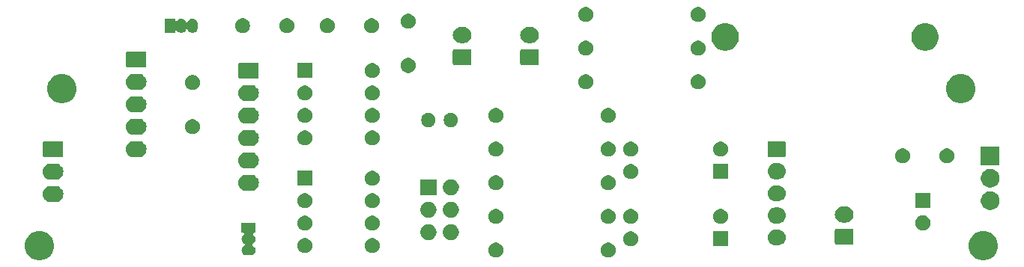
<source format=gbr>
G04 #@! TF.GenerationSoftware,KiCad,Pcbnew,5.1.5-1.fc31*
G04 #@! TF.CreationDate,2020-04-28T16:33:23+01:00*
G04 #@! TF.ProjectId,ReversingCam_FSAV433_ATTINY85_v3.2,52657665-7273-4696-9e67-43616d5f4653,V3.2*
G04 #@! TF.SameCoordinates,Original*
G04 #@! TF.FileFunction,Soldermask,Bot*
G04 #@! TF.FilePolarity,Negative*
%FSLAX46Y46*%
G04 Gerber Fmt 4.6, Leading zero omitted, Abs format (unit mm)*
G04 Created by KiCad (PCBNEW 5.1.5-1.fc31) date 2020-04-28 16:33:23*
%MOMM*%
%LPD*%
G04 APERTURE LIST*
%ADD10C,0.100000*%
G04 APERTURE END LIST*
D10*
G36*
X136743703Y-52489000D02*
G01*
X136861579Y-52512447D01*
X137162042Y-52636903D01*
X137432451Y-52817585D01*
X137662415Y-53047549D01*
X137843097Y-53317958D01*
X137843098Y-53317960D01*
X137859114Y-53356627D01*
X137955047Y-53588228D01*
X137967553Y-53618422D01*
X138031000Y-53937389D01*
X138031000Y-54262611D01*
X138011275Y-54361772D01*
X137967553Y-54581579D01*
X137843097Y-54882042D01*
X137662415Y-55152451D01*
X137432451Y-55382415D01*
X137162042Y-55563097D01*
X136861579Y-55687553D01*
X136755256Y-55708702D01*
X136542611Y-55751000D01*
X136217389Y-55751000D01*
X136004744Y-55708702D01*
X135898421Y-55687553D01*
X135597958Y-55563097D01*
X135327549Y-55382415D01*
X135097585Y-55152451D01*
X134916903Y-54882042D01*
X134792447Y-54581579D01*
X134748725Y-54361772D01*
X134729000Y-54262611D01*
X134729000Y-53937389D01*
X134792447Y-53618422D01*
X134804954Y-53588228D01*
X134900886Y-53356627D01*
X134916902Y-53317960D01*
X134916903Y-53317958D01*
X135097585Y-53047549D01*
X135327549Y-52817585D01*
X135597958Y-52636903D01*
X135898421Y-52512447D01*
X136016297Y-52489000D01*
X136217389Y-52449000D01*
X136542611Y-52449000D01*
X136743703Y-52489000D01*
G37*
G36*
X30063703Y-52489000D02*
G01*
X30181579Y-52512447D01*
X30482042Y-52636903D01*
X30752451Y-52817585D01*
X30982415Y-53047549D01*
X31163097Y-53317958D01*
X31163098Y-53317960D01*
X31179114Y-53356627D01*
X31275047Y-53588228D01*
X31287553Y-53618422D01*
X31351000Y-53937389D01*
X31351000Y-54262611D01*
X31331275Y-54361772D01*
X31287553Y-54581579D01*
X31163097Y-54882042D01*
X30982415Y-55152451D01*
X30752451Y-55382415D01*
X30482042Y-55563097D01*
X30181579Y-55687553D01*
X30075256Y-55708702D01*
X29862611Y-55751000D01*
X29537389Y-55751000D01*
X29324744Y-55708702D01*
X29218421Y-55687553D01*
X28917958Y-55563097D01*
X28647549Y-55382415D01*
X28417585Y-55152451D01*
X28236903Y-54882042D01*
X28112447Y-54581579D01*
X28068725Y-54361772D01*
X28049000Y-54262611D01*
X28049000Y-53937389D01*
X28112447Y-53618422D01*
X28124954Y-53588228D01*
X28220886Y-53356627D01*
X28236902Y-53317960D01*
X28236903Y-53317958D01*
X28417585Y-53047549D01*
X28647549Y-52817585D01*
X28917958Y-52636903D01*
X29218421Y-52512447D01*
X29336297Y-52489000D01*
X29537389Y-52449000D01*
X29862611Y-52449000D01*
X30063703Y-52489000D01*
G37*
G36*
X81528228Y-53791703D02*
G01*
X81683100Y-53855853D01*
X81822481Y-53948985D01*
X81941015Y-54067519D01*
X82034147Y-54206900D01*
X82098297Y-54361772D01*
X82131000Y-54526184D01*
X82131000Y-54693816D01*
X82098297Y-54858228D01*
X82034147Y-55013100D01*
X81941015Y-55152481D01*
X81822481Y-55271015D01*
X81683100Y-55364147D01*
X81528228Y-55428297D01*
X81363816Y-55461000D01*
X81196184Y-55461000D01*
X81031772Y-55428297D01*
X80876900Y-55364147D01*
X80737519Y-55271015D01*
X80618985Y-55152481D01*
X80525853Y-55013100D01*
X80461703Y-54858228D01*
X80429000Y-54693816D01*
X80429000Y-54526184D01*
X80461703Y-54361772D01*
X80525853Y-54206900D01*
X80618985Y-54067519D01*
X80737519Y-53948985D01*
X80876900Y-53855853D01*
X81031772Y-53791703D01*
X81196184Y-53759000D01*
X81363816Y-53759000D01*
X81528228Y-53791703D01*
G37*
G36*
X94228228Y-53791703D02*
G01*
X94383100Y-53855853D01*
X94522481Y-53948985D01*
X94641015Y-54067519D01*
X94734147Y-54206900D01*
X94798297Y-54361772D01*
X94831000Y-54526184D01*
X94831000Y-54693816D01*
X94798297Y-54858228D01*
X94734147Y-55013100D01*
X94641015Y-55152481D01*
X94522481Y-55271015D01*
X94383100Y-55364147D01*
X94228228Y-55428297D01*
X94063816Y-55461000D01*
X93896184Y-55461000D01*
X93731772Y-55428297D01*
X93576900Y-55364147D01*
X93437519Y-55271015D01*
X93318985Y-55152481D01*
X93225853Y-55013100D01*
X93161703Y-54858228D01*
X93129000Y-54693816D01*
X93129000Y-54526184D01*
X93161703Y-54361772D01*
X93225853Y-54206900D01*
X93318985Y-54067519D01*
X93437519Y-53948985D01*
X93576900Y-53855853D01*
X93731772Y-53791703D01*
X93896184Y-53759000D01*
X94063816Y-53759000D01*
X94228228Y-53791703D01*
G37*
G36*
X54141000Y-52646000D02*
G01*
X53976660Y-52646000D01*
X53952274Y-52648402D01*
X53928825Y-52655515D01*
X53907214Y-52667066D01*
X53888272Y-52682611D01*
X53872727Y-52701553D01*
X53861176Y-52723164D01*
X53854063Y-52746613D01*
X53851661Y-52770999D01*
X53854063Y-52795385D01*
X53861176Y-52818834D01*
X53872727Y-52840445D01*
X53888272Y-52859387D01*
X53897345Y-52867609D01*
X53974264Y-52930736D01*
X54046244Y-53018443D01*
X54061801Y-53047549D01*
X54099728Y-53118505D01*
X54099729Y-53118508D01*
X54132666Y-53227084D01*
X54143787Y-53340000D01*
X54132666Y-53452916D01*
X54100327Y-53559520D01*
X54099728Y-53561495D01*
X54085439Y-53588228D01*
X54046244Y-53661557D01*
X53974264Y-53749264D01*
X53886557Y-53821244D01*
X53821807Y-53855853D01*
X53805141Y-53864761D01*
X53784766Y-53878375D01*
X53767439Y-53895702D01*
X53753826Y-53916076D01*
X53744448Y-53938715D01*
X53739668Y-53962748D01*
X53739668Y-53987252D01*
X53744448Y-54011285D01*
X53753826Y-54033924D01*
X53767440Y-54054299D01*
X53784767Y-54071626D01*
X53805141Y-54085239D01*
X53886557Y-54128756D01*
X53974264Y-54200736D01*
X54046244Y-54288443D01*
X54079268Y-54350228D01*
X54099728Y-54388505D01*
X54099729Y-54388508D01*
X54132666Y-54497084D01*
X54143787Y-54610000D01*
X54132666Y-54722916D01*
X54099729Y-54831492D01*
X54099728Y-54831495D01*
X54086551Y-54856147D01*
X54046244Y-54931557D01*
X53974264Y-55019264D01*
X53886557Y-55091244D01*
X53822601Y-55125429D01*
X53786495Y-55144728D01*
X53786492Y-55144729D01*
X53677916Y-55177666D01*
X53593298Y-55186000D01*
X53086702Y-55186000D01*
X53002084Y-55177666D01*
X52893508Y-55144729D01*
X52893505Y-55144728D01*
X52857399Y-55125429D01*
X52793443Y-55091244D01*
X52705736Y-55019264D01*
X52633756Y-54931557D01*
X52593449Y-54856147D01*
X52580272Y-54831495D01*
X52580271Y-54831492D01*
X52547334Y-54722916D01*
X52536213Y-54610000D01*
X52547334Y-54497084D01*
X52580271Y-54388508D01*
X52580272Y-54388505D01*
X52600732Y-54350228D01*
X52633756Y-54288443D01*
X52705736Y-54200736D01*
X52793443Y-54128756D01*
X52874859Y-54085239D01*
X52895234Y-54071625D01*
X52912561Y-54054298D01*
X52926174Y-54033924D01*
X52935552Y-54011285D01*
X52940332Y-53987252D01*
X52940332Y-53962748D01*
X52935552Y-53938715D01*
X52926174Y-53916076D01*
X52912560Y-53895701D01*
X52895233Y-53878374D01*
X52874859Y-53864761D01*
X52858193Y-53855853D01*
X52793443Y-53821244D01*
X52705736Y-53749264D01*
X52633756Y-53661557D01*
X52594561Y-53588228D01*
X52580272Y-53561495D01*
X52579673Y-53559520D01*
X52547334Y-53452916D01*
X52536213Y-53340000D01*
X52547334Y-53227084D01*
X52580271Y-53118508D01*
X52580272Y-53118505D01*
X52618199Y-53047549D01*
X52633756Y-53018443D01*
X52705736Y-52930736D01*
X52782646Y-52867617D01*
X52799965Y-52850298D01*
X52813579Y-52829923D01*
X52822957Y-52807284D01*
X52827737Y-52783251D01*
X52827737Y-52758747D01*
X52822957Y-52734714D01*
X52813579Y-52712075D01*
X52799966Y-52691701D01*
X52782639Y-52674374D01*
X52762264Y-52660760D01*
X52739625Y-52651382D01*
X52715592Y-52646602D01*
X52703340Y-52646000D01*
X52539000Y-52646000D01*
X52539000Y-51494000D01*
X54141000Y-51494000D01*
X54141000Y-52646000D01*
G37*
G36*
X67558228Y-53283703D02*
G01*
X67713100Y-53347853D01*
X67852481Y-53440985D01*
X67971015Y-53559519D01*
X68064147Y-53698900D01*
X68128297Y-53853772D01*
X68161000Y-54018184D01*
X68161000Y-54185816D01*
X68128297Y-54350228D01*
X68064147Y-54505100D01*
X67971015Y-54644481D01*
X67852481Y-54763015D01*
X67713100Y-54856147D01*
X67558228Y-54920297D01*
X67393816Y-54953000D01*
X67226184Y-54953000D01*
X67061772Y-54920297D01*
X66906900Y-54856147D01*
X66767519Y-54763015D01*
X66648985Y-54644481D01*
X66555853Y-54505100D01*
X66491703Y-54350228D01*
X66459000Y-54185816D01*
X66459000Y-54018184D01*
X66491703Y-53853772D01*
X66555853Y-53698900D01*
X66648985Y-53559519D01*
X66767519Y-53440985D01*
X66906900Y-53347853D01*
X67061772Y-53283703D01*
X67226184Y-53251000D01*
X67393816Y-53251000D01*
X67558228Y-53283703D01*
G37*
G36*
X59938228Y-53283703D02*
G01*
X60093100Y-53347853D01*
X60232481Y-53440985D01*
X60351015Y-53559519D01*
X60444147Y-53698900D01*
X60508297Y-53853772D01*
X60541000Y-54018184D01*
X60541000Y-54185816D01*
X60508297Y-54350228D01*
X60444147Y-54505100D01*
X60351015Y-54644481D01*
X60232481Y-54763015D01*
X60093100Y-54856147D01*
X59938228Y-54920297D01*
X59773816Y-54953000D01*
X59606184Y-54953000D01*
X59441772Y-54920297D01*
X59286900Y-54856147D01*
X59147519Y-54763015D01*
X59028985Y-54644481D01*
X58935853Y-54505100D01*
X58871703Y-54350228D01*
X58839000Y-54185816D01*
X58839000Y-54018184D01*
X58871703Y-53853772D01*
X58935853Y-53698900D01*
X59028985Y-53559519D01*
X59147519Y-53440985D01*
X59286900Y-53347853D01*
X59441772Y-53283703D01*
X59606184Y-53251000D01*
X59773816Y-53251000D01*
X59938228Y-53283703D01*
G37*
G36*
X107531000Y-54191000D02*
G01*
X105829000Y-54191000D01*
X105829000Y-52489000D01*
X107531000Y-52489000D01*
X107531000Y-54191000D01*
G37*
G36*
X96768228Y-52521703D02*
G01*
X96923100Y-52585853D01*
X97062481Y-52678985D01*
X97181015Y-52797519D01*
X97274147Y-52936900D01*
X97338297Y-53091772D01*
X97371000Y-53256184D01*
X97371000Y-53423816D01*
X97338297Y-53588228D01*
X97274147Y-53743100D01*
X97181015Y-53882481D01*
X97062481Y-54001015D01*
X96923100Y-54094147D01*
X96768228Y-54158297D01*
X96603816Y-54191000D01*
X96436184Y-54191000D01*
X96271772Y-54158297D01*
X96116900Y-54094147D01*
X95977519Y-54001015D01*
X95858985Y-53882481D01*
X95765853Y-53743100D01*
X95701703Y-53588228D01*
X95669000Y-53423816D01*
X95669000Y-53256184D01*
X95701703Y-53091772D01*
X95765853Y-52936900D01*
X95858985Y-52797519D01*
X95977519Y-52678985D01*
X96116900Y-52585853D01*
X96271772Y-52521703D01*
X96436184Y-52489000D01*
X96603816Y-52489000D01*
X96768228Y-52521703D01*
G37*
G36*
X113265442Y-52285518D02*
G01*
X113331627Y-52292037D01*
X113501466Y-52343557D01*
X113657991Y-52427222D01*
X113684527Y-52449000D01*
X113795186Y-52539814D01*
X113874863Y-52636902D01*
X113907778Y-52677009D01*
X113907779Y-52677011D01*
X113982918Y-52817584D01*
X113991443Y-52833534D01*
X114042963Y-53003373D01*
X114060359Y-53180000D01*
X114042963Y-53356627D01*
X113991443Y-53526466D01*
X113991442Y-53526468D01*
X113958430Y-53588228D01*
X113907778Y-53682991D01*
X113894719Y-53698903D01*
X113795186Y-53820186D01*
X113724281Y-53878375D01*
X113657991Y-53932778D01*
X113501466Y-54016443D01*
X113331627Y-54067963D01*
X113265442Y-54074482D01*
X113199260Y-54081000D01*
X112860740Y-54081000D01*
X112794558Y-54074482D01*
X112728373Y-54067963D01*
X112558534Y-54016443D01*
X112402009Y-53932778D01*
X112335719Y-53878375D01*
X112264814Y-53820186D01*
X112165281Y-53698903D01*
X112152222Y-53682991D01*
X112101570Y-53588228D01*
X112068558Y-53526468D01*
X112068557Y-53526466D01*
X112017037Y-53356627D01*
X111999641Y-53180000D01*
X112017037Y-53003373D01*
X112068557Y-52833534D01*
X112077083Y-52817584D01*
X112152221Y-52677011D01*
X112152222Y-52677009D01*
X112185137Y-52636902D01*
X112264814Y-52539814D01*
X112375473Y-52449000D01*
X112402009Y-52427222D01*
X112558534Y-52343557D01*
X112728373Y-52292037D01*
X112794557Y-52285519D01*
X112860740Y-52279000D01*
X113199260Y-52279000D01*
X113265442Y-52285518D01*
G37*
G36*
X121558600Y-52188989D02*
G01*
X121591652Y-52199015D01*
X121622103Y-52215292D01*
X121648799Y-52237201D01*
X121670708Y-52263897D01*
X121686985Y-52294348D01*
X121697011Y-52327400D01*
X121701000Y-52367903D01*
X121701000Y-53804097D01*
X121697011Y-53844600D01*
X121686985Y-53877652D01*
X121670708Y-53908103D01*
X121648799Y-53934799D01*
X121622103Y-53956708D01*
X121591652Y-53972985D01*
X121558600Y-53983011D01*
X121518097Y-53987000D01*
X119781903Y-53987000D01*
X119741400Y-53983011D01*
X119708348Y-53972985D01*
X119677897Y-53956708D01*
X119651201Y-53934799D01*
X119629292Y-53908103D01*
X119613015Y-53877652D01*
X119602989Y-53844600D01*
X119599000Y-53804097D01*
X119599000Y-52367903D01*
X119602989Y-52327400D01*
X119613015Y-52294348D01*
X119629292Y-52263897D01*
X119651201Y-52237201D01*
X119677897Y-52215292D01*
X119708348Y-52199015D01*
X119741400Y-52188989D01*
X119781903Y-52185000D01*
X121518097Y-52185000D01*
X121558600Y-52188989D01*
G37*
G36*
X76313512Y-51681927D02*
G01*
X76462812Y-51711624D01*
X76626784Y-51779544D01*
X76774354Y-51878147D01*
X76899853Y-52003646D01*
X76998456Y-52151216D01*
X77066376Y-52315188D01*
X77088660Y-52427221D01*
X77101000Y-52489258D01*
X77101000Y-52666742D01*
X77099482Y-52674374D01*
X77066376Y-52840812D01*
X76998456Y-53004784D01*
X76899853Y-53152354D01*
X76774354Y-53277853D01*
X76626784Y-53376456D01*
X76462812Y-53444376D01*
X76313512Y-53474073D01*
X76288742Y-53479000D01*
X76111258Y-53479000D01*
X76086488Y-53474073D01*
X75937188Y-53444376D01*
X75773216Y-53376456D01*
X75625646Y-53277853D01*
X75500147Y-53152354D01*
X75401544Y-53004784D01*
X75333624Y-52840812D01*
X75300518Y-52674374D01*
X75299000Y-52666742D01*
X75299000Y-52489258D01*
X75311340Y-52427221D01*
X75333624Y-52315188D01*
X75401544Y-52151216D01*
X75500147Y-52003646D01*
X75625646Y-51878147D01*
X75773216Y-51779544D01*
X75937188Y-51711624D01*
X76086488Y-51681927D01*
X76111258Y-51677000D01*
X76288742Y-51677000D01*
X76313512Y-51681927D01*
G37*
G36*
X73773512Y-51681927D02*
G01*
X73922812Y-51711624D01*
X74086784Y-51779544D01*
X74234354Y-51878147D01*
X74359853Y-52003646D01*
X74458456Y-52151216D01*
X74526376Y-52315188D01*
X74548660Y-52427221D01*
X74561000Y-52489258D01*
X74561000Y-52666742D01*
X74559482Y-52674374D01*
X74526376Y-52840812D01*
X74458456Y-53004784D01*
X74359853Y-53152354D01*
X74234354Y-53277853D01*
X74086784Y-53376456D01*
X73922812Y-53444376D01*
X73773512Y-53474073D01*
X73748742Y-53479000D01*
X73571258Y-53479000D01*
X73546488Y-53474073D01*
X73397188Y-53444376D01*
X73233216Y-53376456D01*
X73085646Y-53277853D01*
X72960147Y-53152354D01*
X72861544Y-53004784D01*
X72793624Y-52840812D01*
X72760518Y-52674374D01*
X72759000Y-52666742D01*
X72759000Y-52489258D01*
X72771340Y-52427221D01*
X72793624Y-52315188D01*
X72861544Y-52151216D01*
X72960147Y-52003646D01*
X73085646Y-51878147D01*
X73233216Y-51779544D01*
X73397188Y-51711624D01*
X73546488Y-51681927D01*
X73571258Y-51677000D01*
X73748742Y-51677000D01*
X73773512Y-51681927D01*
G37*
G36*
X59938228Y-50743703D02*
G01*
X60093100Y-50807853D01*
X60232481Y-50900985D01*
X60351015Y-51019519D01*
X60444147Y-51158900D01*
X60508297Y-51313772D01*
X60541000Y-51478184D01*
X60541000Y-51645816D01*
X60508297Y-51810228D01*
X60444147Y-51965100D01*
X60351015Y-52104481D01*
X60232481Y-52223015D01*
X60093100Y-52316147D01*
X59938228Y-52380297D01*
X59773816Y-52413000D01*
X59606184Y-52413000D01*
X59441772Y-52380297D01*
X59286900Y-52316147D01*
X59147519Y-52223015D01*
X59028985Y-52104481D01*
X58935853Y-51965100D01*
X58871703Y-51810228D01*
X58839000Y-51645816D01*
X58839000Y-51478184D01*
X58871703Y-51313772D01*
X58935853Y-51158900D01*
X59028985Y-51019519D01*
X59147519Y-50900985D01*
X59286900Y-50807853D01*
X59441772Y-50743703D01*
X59606184Y-50711000D01*
X59773816Y-50711000D01*
X59938228Y-50743703D01*
G37*
G36*
X67558228Y-50743703D02*
G01*
X67713100Y-50807853D01*
X67852481Y-50900985D01*
X67971015Y-51019519D01*
X68064147Y-51158900D01*
X68128297Y-51313772D01*
X68161000Y-51478184D01*
X68161000Y-51645816D01*
X68128297Y-51810228D01*
X68064147Y-51965100D01*
X67971015Y-52104481D01*
X67852481Y-52223015D01*
X67713100Y-52316147D01*
X67558228Y-52380297D01*
X67393816Y-52413000D01*
X67226184Y-52413000D01*
X67061772Y-52380297D01*
X66906900Y-52316147D01*
X66767519Y-52223015D01*
X66648985Y-52104481D01*
X66555853Y-51965100D01*
X66491703Y-51810228D01*
X66459000Y-51645816D01*
X66459000Y-51478184D01*
X66491703Y-51313772D01*
X66555853Y-51158900D01*
X66648985Y-51019519D01*
X66767519Y-50900985D01*
X66906900Y-50807853D01*
X67061772Y-50743703D01*
X67226184Y-50711000D01*
X67393816Y-50711000D01*
X67558228Y-50743703D01*
G37*
G36*
X129788228Y-50703703D02*
G01*
X129943100Y-50767853D01*
X130082481Y-50860985D01*
X130201015Y-50979519D01*
X130294147Y-51118900D01*
X130358297Y-51273772D01*
X130391000Y-51438184D01*
X130391000Y-51605816D01*
X130358297Y-51770228D01*
X130294147Y-51925100D01*
X130201015Y-52064481D01*
X130082481Y-52183015D01*
X129943100Y-52276147D01*
X129788228Y-52340297D01*
X129623816Y-52373000D01*
X129456184Y-52373000D01*
X129291772Y-52340297D01*
X129136900Y-52276147D01*
X128997519Y-52183015D01*
X128878985Y-52064481D01*
X128785853Y-51925100D01*
X128721703Y-51770228D01*
X128689000Y-51605816D01*
X128689000Y-51438184D01*
X128721703Y-51273772D01*
X128785853Y-51118900D01*
X128878985Y-50979519D01*
X128997519Y-50860985D01*
X129136900Y-50767853D01*
X129291772Y-50703703D01*
X129456184Y-50671000D01*
X129623816Y-50671000D01*
X129788228Y-50703703D01*
G37*
G36*
X96768228Y-49981703D02*
G01*
X96923100Y-50045853D01*
X97062481Y-50138985D01*
X97181015Y-50257519D01*
X97274147Y-50396900D01*
X97338297Y-50551772D01*
X97371000Y-50716184D01*
X97371000Y-50883816D01*
X97338297Y-51048228D01*
X97274147Y-51203100D01*
X97181015Y-51342481D01*
X97062481Y-51461015D01*
X96923100Y-51554147D01*
X96768228Y-51618297D01*
X96603816Y-51651000D01*
X96436184Y-51651000D01*
X96271772Y-51618297D01*
X96116900Y-51554147D01*
X95977519Y-51461015D01*
X95858985Y-51342481D01*
X95765853Y-51203100D01*
X95701703Y-51048228D01*
X95669000Y-50883816D01*
X95669000Y-50716184D01*
X95701703Y-50551772D01*
X95765853Y-50396900D01*
X95858985Y-50257519D01*
X95977519Y-50138985D01*
X96116900Y-50045853D01*
X96271772Y-49981703D01*
X96436184Y-49949000D01*
X96603816Y-49949000D01*
X96768228Y-49981703D01*
G37*
G36*
X81528228Y-49981703D02*
G01*
X81683100Y-50045853D01*
X81822481Y-50138985D01*
X81941015Y-50257519D01*
X82034147Y-50396900D01*
X82098297Y-50551772D01*
X82131000Y-50716184D01*
X82131000Y-50883816D01*
X82098297Y-51048228D01*
X82034147Y-51203100D01*
X81941015Y-51342481D01*
X81822481Y-51461015D01*
X81683100Y-51554147D01*
X81528228Y-51618297D01*
X81363816Y-51651000D01*
X81196184Y-51651000D01*
X81031772Y-51618297D01*
X80876900Y-51554147D01*
X80737519Y-51461015D01*
X80618985Y-51342481D01*
X80525853Y-51203100D01*
X80461703Y-51048228D01*
X80429000Y-50883816D01*
X80429000Y-50716184D01*
X80461703Y-50551772D01*
X80525853Y-50396900D01*
X80618985Y-50257519D01*
X80737519Y-50138985D01*
X80876900Y-50045853D01*
X81031772Y-49981703D01*
X81196184Y-49949000D01*
X81363816Y-49949000D01*
X81528228Y-49981703D01*
G37*
G36*
X94228228Y-49981703D02*
G01*
X94383100Y-50045853D01*
X94522481Y-50138985D01*
X94641015Y-50257519D01*
X94734147Y-50396900D01*
X94798297Y-50551772D01*
X94831000Y-50716184D01*
X94831000Y-50883816D01*
X94798297Y-51048228D01*
X94734147Y-51203100D01*
X94641015Y-51342481D01*
X94522481Y-51461015D01*
X94383100Y-51554147D01*
X94228228Y-51618297D01*
X94063816Y-51651000D01*
X93896184Y-51651000D01*
X93731772Y-51618297D01*
X93576900Y-51554147D01*
X93437519Y-51461015D01*
X93318985Y-51342481D01*
X93225853Y-51203100D01*
X93161703Y-51048228D01*
X93129000Y-50883816D01*
X93129000Y-50716184D01*
X93161703Y-50551772D01*
X93225853Y-50396900D01*
X93318985Y-50257519D01*
X93437519Y-50138985D01*
X93576900Y-50045853D01*
X93731772Y-49981703D01*
X93896184Y-49949000D01*
X94063816Y-49949000D01*
X94228228Y-49981703D01*
G37*
G36*
X106928228Y-49981703D02*
G01*
X107083100Y-50045853D01*
X107222481Y-50138985D01*
X107341015Y-50257519D01*
X107434147Y-50396900D01*
X107498297Y-50551772D01*
X107531000Y-50716184D01*
X107531000Y-50883816D01*
X107498297Y-51048228D01*
X107434147Y-51203100D01*
X107341015Y-51342481D01*
X107222481Y-51461015D01*
X107083100Y-51554147D01*
X106928228Y-51618297D01*
X106763816Y-51651000D01*
X106596184Y-51651000D01*
X106431772Y-51618297D01*
X106276900Y-51554147D01*
X106137519Y-51461015D01*
X106018985Y-51342481D01*
X105925853Y-51203100D01*
X105861703Y-51048228D01*
X105829000Y-50883816D01*
X105829000Y-50716184D01*
X105861703Y-50551772D01*
X105925853Y-50396900D01*
X106018985Y-50257519D01*
X106137519Y-50138985D01*
X106276900Y-50045853D01*
X106431772Y-49981703D01*
X106596184Y-49949000D01*
X106763816Y-49949000D01*
X106928228Y-49981703D01*
G37*
G36*
X113265442Y-49785518D02*
G01*
X113331627Y-49792037D01*
X113501466Y-49843557D01*
X113657991Y-49927222D01*
X113680645Y-49945814D01*
X113795186Y-50039814D01*
X113866524Y-50126741D01*
X113907778Y-50177009D01*
X113991443Y-50333534D01*
X114042963Y-50503373D01*
X114060359Y-50680000D01*
X114042963Y-50856627D01*
X113991443Y-51026466D01*
X113907778Y-51182991D01*
X113891277Y-51203097D01*
X113795186Y-51320186D01*
X113693729Y-51403448D01*
X113657991Y-51432778D01*
X113501466Y-51516443D01*
X113331627Y-51567963D01*
X113265443Y-51574481D01*
X113199260Y-51581000D01*
X112860740Y-51581000D01*
X112794558Y-51574482D01*
X112728373Y-51567963D01*
X112558534Y-51516443D01*
X112402009Y-51432778D01*
X112366271Y-51403448D01*
X112264814Y-51320186D01*
X112168723Y-51203097D01*
X112152222Y-51182991D01*
X112068557Y-51026466D01*
X112017037Y-50856627D01*
X111999641Y-50680000D01*
X112017037Y-50503373D01*
X112068557Y-50333534D01*
X112152222Y-50177009D01*
X112193476Y-50126741D01*
X112264814Y-50039814D01*
X112379355Y-49945814D01*
X112402009Y-49927222D01*
X112558534Y-49843557D01*
X112728373Y-49792037D01*
X112794558Y-49785518D01*
X112860740Y-49779000D01*
X113199260Y-49779000D01*
X113265442Y-49785518D01*
G37*
G36*
X120894751Y-49689973D02*
G01*
X120976627Y-49698037D01*
X121146466Y-49749557D01*
X121302991Y-49833222D01*
X121315584Y-49843557D01*
X121440186Y-49945814D01*
X121509775Y-50030610D01*
X121552778Y-50083009D01*
X121636443Y-50239534D01*
X121687963Y-50409373D01*
X121705359Y-50586000D01*
X121687963Y-50762627D01*
X121644964Y-50904375D01*
X121636442Y-50932468D01*
X121611292Y-50979519D01*
X121552778Y-51088991D01*
X121528232Y-51118900D01*
X121440186Y-51226186D01*
X121338729Y-51309448D01*
X121302991Y-51338778D01*
X121146466Y-51422443D01*
X120976627Y-51473963D01*
X120910442Y-51480482D01*
X120844260Y-51487000D01*
X120455740Y-51487000D01*
X120389558Y-51480482D01*
X120323373Y-51473963D01*
X120153534Y-51422443D01*
X119997009Y-51338778D01*
X119961271Y-51309448D01*
X119859814Y-51226186D01*
X119771768Y-51118900D01*
X119747222Y-51088991D01*
X119688708Y-50979519D01*
X119663558Y-50932468D01*
X119655036Y-50904375D01*
X119612037Y-50762627D01*
X119594641Y-50586000D01*
X119612037Y-50409373D01*
X119663557Y-50239534D01*
X119747222Y-50083009D01*
X119790225Y-50030610D01*
X119859814Y-49945814D01*
X119984416Y-49843557D01*
X119997009Y-49833222D01*
X120153534Y-49749557D01*
X120323373Y-49698037D01*
X120405249Y-49689973D01*
X120455740Y-49685000D01*
X120844260Y-49685000D01*
X120894751Y-49689973D01*
G37*
G36*
X73773512Y-49141927D02*
G01*
X73922812Y-49171624D01*
X74086784Y-49239544D01*
X74234354Y-49338147D01*
X74359853Y-49463646D01*
X74458456Y-49611216D01*
X74526376Y-49775188D01*
X74556073Y-49924488D01*
X74560949Y-49949000D01*
X74561000Y-49949259D01*
X74561000Y-50126741D01*
X74526376Y-50300812D01*
X74458456Y-50464784D01*
X74359853Y-50612354D01*
X74234354Y-50737853D01*
X74086784Y-50836456D01*
X73922812Y-50904376D01*
X73781590Y-50932466D01*
X73748742Y-50939000D01*
X73571258Y-50939000D01*
X73538410Y-50932466D01*
X73397188Y-50904376D01*
X73233216Y-50836456D01*
X73085646Y-50737853D01*
X72960147Y-50612354D01*
X72861544Y-50464784D01*
X72793624Y-50300812D01*
X72759000Y-50126741D01*
X72759000Y-49949259D01*
X72759052Y-49949000D01*
X72763927Y-49924488D01*
X72793624Y-49775188D01*
X72861544Y-49611216D01*
X72960147Y-49463646D01*
X73085646Y-49338147D01*
X73233216Y-49239544D01*
X73397188Y-49171624D01*
X73546488Y-49141927D01*
X73571258Y-49137000D01*
X73748742Y-49137000D01*
X73773512Y-49141927D01*
G37*
G36*
X76313512Y-49141927D02*
G01*
X76462812Y-49171624D01*
X76626784Y-49239544D01*
X76774354Y-49338147D01*
X76899853Y-49463646D01*
X76998456Y-49611216D01*
X77066376Y-49775188D01*
X77096073Y-49924488D01*
X77100949Y-49949000D01*
X77101000Y-49949259D01*
X77101000Y-50126741D01*
X77066376Y-50300812D01*
X76998456Y-50464784D01*
X76899853Y-50612354D01*
X76774354Y-50737853D01*
X76626784Y-50836456D01*
X76462812Y-50904376D01*
X76321590Y-50932466D01*
X76288742Y-50939000D01*
X76111258Y-50939000D01*
X76078410Y-50932466D01*
X75937188Y-50904376D01*
X75773216Y-50836456D01*
X75625646Y-50737853D01*
X75500147Y-50612354D01*
X75401544Y-50464784D01*
X75333624Y-50300812D01*
X75299000Y-50126741D01*
X75299000Y-49949259D01*
X75299052Y-49949000D01*
X75303927Y-49924488D01*
X75333624Y-49775188D01*
X75401544Y-49611216D01*
X75500147Y-49463646D01*
X75625646Y-49338147D01*
X75773216Y-49239544D01*
X75937188Y-49171624D01*
X76086488Y-49141927D01*
X76111258Y-49137000D01*
X76288742Y-49137000D01*
X76313512Y-49141927D01*
G37*
G36*
X137466564Y-48009389D02*
G01*
X137635716Y-48079454D01*
X137657835Y-48088616D01*
X137829973Y-48203635D01*
X137976365Y-48350027D01*
X138062890Y-48479520D01*
X138091385Y-48522167D01*
X138170611Y-48713436D01*
X138211000Y-48916484D01*
X138211000Y-49123516D01*
X138170611Y-49326564D01*
X138091385Y-49517833D01*
X138091384Y-49517835D01*
X137976365Y-49689973D01*
X137829973Y-49836365D01*
X137657835Y-49951384D01*
X137657834Y-49951385D01*
X137657833Y-49951385D01*
X137466564Y-50030611D01*
X137263516Y-50071000D01*
X137056484Y-50071000D01*
X136853436Y-50030611D01*
X136662167Y-49951385D01*
X136662166Y-49951385D01*
X136662165Y-49951384D01*
X136490027Y-49836365D01*
X136343635Y-49689973D01*
X136228616Y-49517835D01*
X136228615Y-49517833D01*
X136149389Y-49326564D01*
X136109000Y-49123516D01*
X136109000Y-48916484D01*
X136149389Y-48713436D01*
X136228615Y-48522167D01*
X136257111Y-48479520D01*
X136343635Y-48350027D01*
X136490027Y-48203635D01*
X136662165Y-48088616D01*
X136684284Y-48079454D01*
X136853436Y-48009389D01*
X137056484Y-47969000D01*
X137263516Y-47969000D01*
X137466564Y-48009389D01*
G37*
G36*
X67558228Y-48203703D02*
G01*
X67713100Y-48267853D01*
X67852481Y-48360985D01*
X67971015Y-48479519D01*
X68064147Y-48618900D01*
X68128297Y-48773772D01*
X68161000Y-48938184D01*
X68161000Y-49105816D01*
X68128297Y-49270228D01*
X68064147Y-49425100D01*
X67971015Y-49564481D01*
X67852481Y-49683015D01*
X67713100Y-49776147D01*
X67558228Y-49840297D01*
X67393816Y-49873000D01*
X67226184Y-49873000D01*
X67061772Y-49840297D01*
X66906900Y-49776147D01*
X66767519Y-49683015D01*
X66648985Y-49564481D01*
X66555853Y-49425100D01*
X66491703Y-49270228D01*
X66459000Y-49105816D01*
X66459000Y-48938184D01*
X66491703Y-48773772D01*
X66555853Y-48618900D01*
X66648985Y-48479519D01*
X66767519Y-48360985D01*
X66906900Y-48267853D01*
X67061772Y-48203703D01*
X67226184Y-48171000D01*
X67393816Y-48171000D01*
X67558228Y-48203703D01*
G37*
G36*
X130391000Y-49873000D02*
G01*
X128689000Y-49873000D01*
X128689000Y-48171000D01*
X130391000Y-48171000D01*
X130391000Y-49873000D01*
G37*
G36*
X59938228Y-48203703D02*
G01*
X60093100Y-48267853D01*
X60232481Y-48360985D01*
X60351015Y-48479519D01*
X60444147Y-48618900D01*
X60508297Y-48773772D01*
X60541000Y-48938184D01*
X60541000Y-49105816D01*
X60508297Y-49270228D01*
X60444147Y-49425100D01*
X60351015Y-49564481D01*
X60232481Y-49683015D01*
X60093100Y-49776147D01*
X59938228Y-49840297D01*
X59773816Y-49873000D01*
X59606184Y-49873000D01*
X59441772Y-49840297D01*
X59286900Y-49776147D01*
X59147519Y-49683015D01*
X59028985Y-49564481D01*
X58935853Y-49425100D01*
X58871703Y-49270228D01*
X58839000Y-49105816D01*
X58839000Y-48938184D01*
X58871703Y-48773772D01*
X58935853Y-48618900D01*
X59028985Y-48479519D01*
X59147519Y-48360985D01*
X59286900Y-48267853D01*
X59441772Y-48203703D01*
X59606184Y-48171000D01*
X59773816Y-48171000D01*
X59938228Y-48203703D01*
G37*
G36*
X31562345Y-47343442D02*
G01*
X31652548Y-47352326D01*
X31826157Y-47404990D01*
X31986156Y-47490511D01*
X32002782Y-47504156D01*
X32126397Y-47605603D01*
X32184999Y-47677011D01*
X32241489Y-47745844D01*
X32327010Y-47905843D01*
X32379674Y-48079452D01*
X32397456Y-48260000D01*
X32379674Y-48440548D01*
X32327010Y-48614157D01*
X32241489Y-48774156D01*
X32205729Y-48817729D01*
X32126397Y-48914397D01*
X32029729Y-48993729D01*
X31986156Y-49029489D01*
X31826157Y-49115010D01*
X31652548Y-49167674D01*
X31562345Y-49176558D01*
X31517245Y-49181000D01*
X30966755Y-49181000D01*
X30921655Y-49176558D01*
X30831452Y-49167674D01*
X30657843Y-49115010D01*
X30497844Y-49029489D01*
X30454271Y-48993729D01*
X30357603Y-48914397D01*
X30278271Y-48817729D01*
X30242511Y-48774156D01*
X30156990Y-48614157D01*
X30104326Y-48440548D01*
X30086544Y-48260000D01*
X30104326Y-48079452D01*
X30156990Y-47905843D01*
X30242511Y-47745844D01*
X30299001Y-47677011D01*
X30357603Y-47605603D01*
X30481218Y-47504156D01*
X30497844Y-47490511D01*
X30657843Y-47404990D01*
X30831452Y-47352326D01*
X30921655Y-47343442D01*
X30966755Y-47339000D01*
X31517245Y-47339000D01*
X31562345Y-47343442D01*
G37*
G36*
X113265442Y-47285518D02*
G01*
X113331627Y-47292037D01*
X113501466Y-47343557D01*
X113657991Y-47427222D01*
X113693729Y-47456552D01*
X113795186Y-47539814D01*
X113878448Y-47641271D01*
X113907778Y-47677009D01*
X113991443Y-47833534D01*
X114042963Y-48003373D01*
X114060359Y-48180000D01*
X114042963Y-48356627D01*
X113991443Y-48526466D01*
X113907778Y-48682991D01*
X113882793Y-48713435D01*
X113795186Y-48820186D01*
X113693729Y-48903448D01*
X113657991Y-48932778D01*
X113501466Y-49016443D01*
X113331627Y-49067963D01*
X113265442Y-49074482D01*
X113199260Y-49081000D01*
X112860740Y-49081000D01*
X112794558Y-49074482D01*
X112728373Y-49067963D01*
X112558534Y-49016443D01*
X112402009Y-48932778D01*
X112366271Y-48903448D01*
X112264814Y-48820186D01*
X112177207Y-48713435D01*
X112152222Y-48682991D01*
X112068557Y-48526466D01*
X112017037Y-48356627D01*
X111999641Y-48180000D01*
X112017037Y-48003373D01*
X112068557Y-47833534D01*
X112152222Y-47677009D01*
X112181552Y-47641271D01*
X112264814Y-47539814D01*
X112366271Y-47456552D01*
X112402009Y-47427222D01*
X112558534Y-47343557D01*
X112728373Y-47292037D01*
X112794558Y-47285518D01*
X112860740Y-47279000D01*
X113199260Y-47279000D01*
X113265442Y-47285518D01*
G37*
G36*
X76313512Y-46601927D02*
G01*
X76462812Y-46631624D01*
X76626784Y-46699544D01*
X76774354Y-46798147D01*
X76899853Y-46923646D01*
X76998456Y-47071216D01*
X77066376Y-47235188D01*
X77101000Y-47409259D01*
X77101000Y-47586741D01*
X77066376Y-47760812D01*
X76998456Y-47924784D01*
X76899853Y-48072354D01*
X76774354Y-48197853D01*
X76626784Y-48296456D01*
X76462812Y-48364376D01*
X76313512Y-48394073D01*
X76288742Y-48399000D01*
X76111258Y-48399000D01*
X76086488Y-48394073D01*
X75937188Y-48364376D01*
X75773216Y-48296456D01*
X75625646Y-48197853D01*
X75500147Y-48072354D01*
X75401544Y-47924784D01*
X75333624Y-47760812D01*
X75299000Y-47586741D01*
X75299000Y-47409259D01*
X75333624Y-47235188D01*
X75401544Y-47071216D01*
X75500147Y-46923646D01*
X75625646Y-46798147D01*
X75773216Y-46699544D01*
X75937188Y-46631624D01*
X76086488Y-46601927D01*
X76111258Y-46597000D01*
X76288742Y-46597000D01*
X76313512Y-46601927D01*
G37*
G36*
X74561000Y-48399000D02*
G01*
X72759000Y-48399000D01*
X72759000Y-46597000D01*
X74561000Y-46597000D01*
X74561000Y-48399000D01*
G37*
G36*
X53660345Y-46073442D02*
G01*
X53750548Y-46082326D01*
X53924157Y-46134990D01*
X54084156Y-46220511D01*
X54102850Y-46235853D01*
X54224397Y-46335603D01*
X54303729Y-46432271D01*
X54339489Y-46475844D01*
X54425010Y-46635843D01*
X54477674Y-46809452D01*
X54495456Y-46990000D01*
X54477674Y-47170548D01*
X54425010Y-47344157D01*
X54339489Y-47504156D01*
X54316244Y-47532480D01*
X54224397Y-47644397D01*
X54127729Y-47723729D01*
X54084156Y-47759489D01*
X53924157Y-47845010D01*
X53750548Y-47897674D01*
X53667625Y-47905841D01*
X53615245Y-47911000D01*
X53064755Y-47911000D01*
X53012375Y-47905841D01*
X52929452Y-47897674D01*
X52755843Y-47845010D01*
X52595844Y-47759489D01*
X52552271Y-47723729D01*
X52455603Y-47644397D01*
X52363756Y-47532480D01*
X52340511Y-47504156D01*
X52254990Y-47344157D01*
X52202326Y-47170548D01*
X52184544Y-46990000D01*
X52202326Y-46809452D01*
X52254990Y-46635843D01*
X52340511Y-46475844D01*
X52376271Y-46432271D01*
X52455603Y-46335603D01*
X52577150Y-46235853D01*
X52595844Y-46220511D01*
X52755843Y-46134990D01*
X52929452Y-46082326D01*
X53019655Y-46073442D01*
X53064755Y-46069000D01*
X53615245Y-46069000D01*
X53660345Y-46073442D01*
G37*
G36*
X81528228Y-46171703D02*
G01*
X81683100Y-46235853D01*
X81822481Y-46328985D01*
X81941015Y-46447519D01*
X82034147Y-46586900D01*
X82098297Y-46741772D01*
X82131000Y-46906184D01*
X82131000Y-47073816D01*
X82098297Y-47238228D01*
X82034147Y-47393100D01*
X81941015Y-47532481D01*
X81822481Y-47651015D01*
X81683100Y-47744147D01*
X81528228Y-47808297D01*
X81363816Y-47841000D01*
X81196184Y-47841000D01*
X81031772Y-47808297D01*
X80876900Y-47744147D01*
X80737519Y-47651015D01*
X80618985Y-47532481D01*
X80525853Y-47393100D01*
X80461703Y-47238228D01*
X80429000Y-47073816D01*
X80429000Y-46906184D01*
X80461703Y-46741772D01*
X80525853Y-46586900D01*
X80618985Y-46447519D01*
X80737519Y-46328985D01*
X80876900Y-46235853D01*
X81031772Y-46171703D01*
X81196184Y-46139000D01*
X81363816Y-46139000D01*
X81528228Y-46171703D01*
G37*
G36*
X94228228Y-46171703D02*
G01*
X94383100Y-46235853D01*
X94522481Y-46328985D01*
X94641015Y-46447519D01*
X94734147Y-46586900D01*
X94798297Y-46741772D01*
X94831000Y-46906184D01*
X94831000Y-47073816D01*
X94798297Y-47238228D01*
X94734147Y-47393100D01*
X94641015Y-47532481D01*
X94522481Y-47651015D01*
X94383100Y-47744147D01*
X94228228Y-47808297D01*
X94063816Y-47841000D01*
X93896184Y-47841000D01*
X93731772Y-47808297D01*
X93576900Y-47744147D01*
X93437519Y-47651015D01*
X93318985Y-47532481D01*
X93225853Y-47393100D01*
X93161703Y-47238228D01*
X93129000Y-47073816D01*
X93129000Y-46906184D01*
X93161703Y-46741772D01*
X93225853Y-46586900D01*
X93318985Y-46447519D01*
X93437519Y-46328985D01*
X93576900Y-46235853D01*
X93731772Y-46171703D01*
X93896184Y-46139000D01*
X94063816Y-46139000D01*
X94228228Y-46171703D01*
G37*
G36*
X137466564Y-45469389D02*
G01*
X137635716Y-45539454D01*
X137657835Y-45548616D01*
X137829973Y-45663635D01*
X137976365Y-45810027D01*
X138082072Y-45968228D01*
X138091385Y-45982167D01*
X138170611Y-46173436D01*
X138211000Y-46376484D01*
X138211000Y-46583516D01*
X138170611Y-46786564D01*
X138091385Y-46977833D01*
X138091384Y-46977835D01*
X137976365Y-47149973D01*
X137829973Y-47296365D01*
X137657835Y-47411384D01*
X137657834Y-47411385D01*
X137657833Y-47411385D01*
X137466564Y-47490611D01*
X137263516Y-47531000D01*
X137056484Y-47531000D01*
X136853436Y-47490611D01*
X136662167Y-47411385D01*
X136662166Y-47411385D01*
X136662165Y-47411384D01*
X136490027Y-47296365D01*
X136343635Y-47149973D01*
X136228616Y-46977835D01*
X136228615Y-46977833D01*
X136149389Y-46786564D01*
X136109000Y-46583516D01*
X136109000Y-46376484D01*
X136149389Y-46173436D01*
X136228615Y-45982167D01*
X136237929Y-45968228D01*
X136343635Y-45810027D01*
X136490027Y-45663635D01*
X136662165Y-45548616D01*
X136684284Y-45539454D01*
X136853436Y-45469389D01*
X137056484Y-45429000D01*
X137263516Y-45429000D01*
X137466564Y-45469389D01*
G37*
G36*
X60541000Y-47333000D02*
G01*
X58839000Y-47333000D01*
X58839000Y-45631000D01*
X60541000Y-45631000D01*
X60541000Y-47333000D01*
G37*
G36*
X67558228Y-45663703D02*
G01*
X67713100Y-45727853D01*
X67852481Y-45820985D01*
X67971015Y-45939519D01*
X68064147Y-46078900D01*
X68128297Y-46233772D01*
X68161000Y-46398184D01*
X68161000Y-46565816D01*
X68128297Y-46730228D01*
X68064147Y-46885100D01*
X67971015Y-47024481D01*
X67852481Y-47143015D01*
X67713100Y-47236147D01*
X67558228Y-47300297D01*
X67393816Y-47333000D01*
X67226184Y-47333000D01*
X67061772Y-47300297D01*
X66906900Y-47236147D01*
X66767519Y-47143015D01*
X66648985Y-47024481D01*
X66555853Y-46885100D01*
X66491703Y-46730228D01*
X66459000Y-46565816D01*
X66459000Y-46398184D01*
X66491703Y-46233772D01*
X66555853Y-46078900D01*
X66648985Y-45939519D01*
X66767519Y-45820985D01*
X66906900Y-45727853D01*
X67061772Y-45663703D01*
X67226184Y-45631000D01*
X67393816Y-45631000D01*
X67558228Y-45663703D01*
G37*
G36*
X31562345Y-44803442D02*
G01*
X31652548Y-44812326D01*
X31826157Y-44864990D01*
X31986156Y-44950511D01*
X32004850Y-44965853D01*
X32126397Y-45065603D01*
X32205729Y-45162271D01*
X32241489Y-45205844D01*
X32327010Y-45365843D01*
X32379674Y-45539452D01*
X32397456Y-45720000D01*
X32379674Y-45900548D01*
X32327010Y-46074157D01*
X32241489Y-46234156D01*
X32240096Y-46235853D01*
X32126397Y-46374397D01*
X32055257Y-46432779D01*
X31986156Y-46489489D01*
X31826157Y-46575010D01*
X31652548Y-46627674D01*
X31569625Y-46635841D01*
X31517245Y-46641000D01*
X30966755Y-46641000D01*
X30914375Y-46635841D01*
X30831452Y-46627674D01*
X30657843Y-46575010D01*
X30497844Y-46489489D01*
X30428743Y-46432779D01*
X30357603Y-46374397D01*
X30243904Y-46235853D01*
X30242511Y-46234156D01*
X30156990Y-46074157D01*
X30104326Y-45900548D01*
X30086544Y-45720000D01*
X30104326Y-45539452D01*
X30156990Y-45365843D01*
X30242511Y-45205844D01*
X30278271Y-45162271D01*
X30357603Y-45065603D01*
X30479150Y-44965853D01*
X30497844Y-44950511D01*
X30657843Y-44864990D01*
X30831452Y-44812326D01*
X30921655Y-44803442D01*
X30966755Y-44799000D01*
X31517245Y-44799000D01*
X31562345Y-44803442D01*
G37*
G36*
X113265442Y-44785518D02*
G01*
X113331627Y-44792037D01*
X113501466Y-44843557D01*
X113657991Y-44927222D01*
X113693729Y-44956552D01*
X113795186Y-45039814D01*
X113878448Y-45141271D01*
X113907778Y-45177009D01*
X113907779Y-45177011D01*
X113982554Y-45316903D01*
X113991443Y-45333534D01*
X114042963Y-45503373D01*
X114060359Y-45680000D01*
X114042963Y-45856627D01*
X113991443Y-46026466D01*
X113907778Y-46182991D01*
X113878448Y-46218729D01*
X113795186Y-46320186D01*
X113693729Y-46403448D01*
X113657991Y-46432778D01*
X113501466Y-46516443D01*
X113331627Y-46567963D01*
X113265442Y-46574482D01*
X113199260Y-46581000D01*
X112860740Y-46581000D01*
X112794558Y-46574482D01*
X112728373Y-46567963D01*
X112558534Y-46516443D01*
X112402009Y-46432778D01*
X112366271Y-46403448D01*
X112264814Y-46320186D01*
X112181552Y-46218729D01*
X112152222Y-46182991D01*
X112068557Y-46026466D01*
X112017037Y-45856627D01*
X111999641Y-45680000D01*
X112017037Y-45503373D01*
X112068557Y-45333534D01*
X112077447Y-45316903D01*
X112152221Y-45177011D01*
X112152222Y-45177009D01*
X112181552Y-45141271D01*
X112264814Y-45039814D01*
X112366271Y-44956552D01*
X112402009Y-44927222D01*
X112558534Y-44843557D01*
X112728373Y-44792037D01*
X112794557Y-44785519D01*
X112860740Y-44779000D01*
X113199260Y-44779000D01*
X113265442Y-44785518D01*
G37*
G36*
X107531000Y-46571000D02*
G01*
X105829000Y-46571000D01*
X105829000Y-44869000D01*
X107531000Y-44869000D01*
X107531000Y-46571000D01*
G37*
G36*
X96768228Y-44901703D02*
G01*
X96923100Y-44965853D01*
X97062481Y-45058985D01*
X97181015Y-45177519D01*
X97274147Y-45316900D01*
X97338297Y-45471772D01*
X97371000Y-45636184D01*
X97371000Y-45803816D01*
X97338297Y-45968228D01*
X97274147Y-46123100D01*
X97181015Y-46262481D01*
X97062481Y-46381015D01*
X96923100Y-46474147D01*
X96768228Y-46538297D01*
X96603816Y-46571000D01*
X96436184Y-46571000D01*
X96271772Y-46538297D01*
X96116900Y-46474147D01*
X95977519Y-46381015D01*
X95858985Y-46262481D01*
X95765853Y-46123100D01*
X95701703Y-45968228D01*
X95669000Y-45803816D01*
X95669000Y-45636184D01*
X95701703Y-45471772D01*
X95765853Y-45316900D01*
X95858985Y-45177519D01*
X95977519Y-45058985D01*
X96116900Y-44965853D01*
X96271772Y-44901703D01*
X96436184Y-44869000D01*
X96603816Y-44869000D01*
X96768228Y-44901703D01*
G37*
G36*
X53660345Y-43533442D02*
G01*
X53750548Y-43542326D01*
X53924157Y-43594990D01*
X54084156Y-43680511D01*
X54100782Y-43694156D01*
X54224397Y-43795603D01*
X54300205Y-43887977D01*
X54339489Y-43935844D01*
X54400051Y-44049148D01*
X54420325Y-44087077D01*
X54425010Y-44095843D01*
X54477674Y-44269452D01*
X54495456Y-44450000D01*
X54477674Y-44630548D01*
X54425010Y-44804157D01*
X54339489Y-44964156D01*
X54303729Y-45007729D01*
X54224397Y-45104397D01*
X54135918Y-45177009D01*
X54084156Y-45219489D01*
X53924157Y-45305010D01*
X53750548Y-45357674D01*
X53667625Y-45365841D01*
X53615245Y-45371000D01*
X53064755Y-45371000D01*
X53012375Y-45365841D01*
X52929452Y-45357674D01*
X52755843Y-45305010D01*
X52595844Y-45219489D01*
X52544082Y-45177009D01*
X52455603Y-45104397D01*
X52376271Y-45007729D01*
X52340511Y-44964156D01*
X52254990Y-44804157D01*
X52202326Y-44630548D01*
X52184544Y-44450000D01*
X52202326Y-44269452D01*
X52254990Y-44095843D01*
X52259676Y-44087077D01*
X52279949Y-44049148D01*
X52340511Y-43935844D01*
X52379795Y-43887977D01*
X52455603Y-43795603D01*
X52579218Y-43694156D01*
X52595844Y-43680511D01*
X52755843Y-43594990D01*
X52929452Y-43542326D01*
X53019655Y-43533442D01*
X53064755Y-43529000D01*
X53615245Y-43529000D01*
X53660345Y-43533442D01*
G37*
G36*
X138211000Y-44991000D02*
G01*
X136109000Y-44991000D01*
X136109000Y-42889000D01*
X138211000Y-42889000D01*
X138211000Y-44991000D01*
G37*
G36*
X132502228Y-43123703D02*
G01*
X132657100Y-43187853D01*
X132796481Y-43280985D01*
X132915015Y-43399519D01*
X133008147Y-43538900D01*
X133072297Y-43693772D01*
X133105000Y-43858184D01*
X133105000Y-44025816D01*
X133072297Y-44190228D01*
X133008147Y-44345100D01*
X132915015Y-44484481D01*
X132796481Y-44603015D01*
X132657100Y-44696147D01*
X132502228Y-44760297D01*
X132337816Y-44793000D01*
X132170184Y-44793000D01*
X132005772Y-44760297D01*
X131850900Y-44696147D01*
X131711519Y-44603015D01*
X131592985Y-44484481D01*
X131499853Y-44345100D01*
X131435703Y-44190228D01*
X131403000Y-44025816D01*
X131403000Y-43858184D01*
X131435703Y-43693772D01*
X131499853Y-43538900D01*
X131592985Y-43399519D01*
X131711519Y-43280985D01*
X131850900Y-43187853D01*
X132005772Y-43123703D01*
X132170184Y-43091000D01*
X132337816Y-43091000D01*
X132502228Y-43123703D01*
G37*
G36*
X127502228Y-43123703D02*
G01*
X127657100Y-43187853D01*
X127796481Y-43280985D01*
X127915015Y-43399519D01*
X128008147Y-43538900D01*
X128072297Y-43693772D01*
X128105000Y-43858184D01*
X128105000Y-44025816D01*
X128072297Y-44190228D01*
X128008147Y-44345100D01*
X127915015Y-44484481D01*
X127796481Y-44603015D01*
X127657100Y-44696147D01*
X127502228Y-44760297D01*
X127337816Y-44793000D01*
X127170184Y-44793000D01*
X127005772Y-44760297D01*
X126850900Y-44696147D01*
X126711519Y-44603015D01*
X126592985Y-44484481D01*
X126499853Y-44345100D01*
X126435703Y-44190228D01*
X126403000Y-44025816D01*
X126403000Y-43858184D01*
X126435703Y-43693772D01*
X126499853Y-43538900D01*
X126592985Y-43399519D01*
X126711519Y-43280985D01*
X126850900Y-43187853D01*
X127005772Y-43123703D01*
X127170184Y-43091000D01*
X127337816Y-43091000D01*
X127502228Y-43123703D01*
G37*
G36*
X40955512Y-42262966D02*
G01*
X41050548Y-42272326D01*
X41224157Y-42324990D01*
X41384156Y-42410511D01*
X41402850Y-42425853D01*
X41524397Y-42525603D01*
X41603729Y-42622271D01*
X41639489Y-42665844D01*
X41725010Y-42825843D01*
X41777674Y-42999452D01*
X41795456Y-43180000D01*
X41777674Y-43360548D01*
X41725010Y-43534157D01*
X41639489Y-43694156D01*
X41616244Y-43722480D01*
X41524397Y-43834397D01*
X41446777Y-43898097D01*
X41384156Y-43949489D01*
X41224157Y-44035010D01*
X41050548Y-44087674D01*
X40967625Y-44095841D01*
X40915245Y-44101000D01*
X40364755Y-44101000D01*
X40312375Y-44095841D01*
X40229452Y-44087674D01*
X40055843Y-44035010D01*
X39895844Y-43949489D01*
X39833223Y-43898097D01*
X39755603Y-43834397D01*
X39663756Y-43722480D01*
X39640511Y-43694156D01*
X39554990Y-43534157D01*
X39502326Y-43360548D01*
X39484544Y-43180000D01*
X39502326Y-42999452D01*
X39554990Y-42825843D01*
X39640511Y-42665844D01*
X39676271Y-42622271D01*
X39755603Y-42525603D01*
X39877150Y-42425853D01*
X39895844Y-42410511D01*
X40055843Y-42324990D01*
X40229452Y-42272326D01*
X40324488Y-42262966D01*
X40364755Y-42259000D01*
X40915245Y-42259000D01*
X40955512Y-42262966D01*
G37*
G36*
X32251561Y-42262966D02*
G01*
X32284383Y-42272923D01*
X32314632Y-42289092D01*
X32341148Y-42310852D01*
X32362908Y-42337368D01*
X32379077Y-42367617D01*
X32389034Y-42400439D01*
X32393000Y-42440713D01*
X32393000Y-43919287D01*
X32389034Y-43959561D01*
X32379077Y-43992383D01*
X32362908Y-44022632D01*
X32341148Y-44049148D01*
X32314632Y-44070908D01*
X32284383Y-44087077D01*
X32251561Y-44097034D01*
X32211287Y-44101000D01*
X30272713Y-44101000D01*
X30232439Y-44097034D01*
X30199617Y-44087077D01*
X30169368Y-44070908D01*
X30142852Y-44049148D01*
X30121092Y-44022632D01*
X30104923Y-43992383D01*
X30094966Y-43959561D01*
X30091000Y-43919287D01*
X30091000Y-42440713D01*
X30094966Y-42400439D01*
X30104923Y-42367617D01*
X30121092Y-42337368D01*
X30142852Y-42310852D01*
X30169368Y-42289092D01*
X30199617Y-42272923D01*
X30232439Y-42262966D01*
X30272713Y-42259000D01*
X32211287Y-42259000D01*
X32251561Y-42262966D01*
G37*
G36*
X113913600Y-42282989D02*
G01*
X113946652Y-42293015D01*
X113977103Y-42309292D01*
X114003799Y-42331201D01*
X114025708Y-42357897D01*
X114041985Y-42388348D01*
X114052011Y-42421400D01*
X114056000Y-42461903D01*
X114056000Y-43898097D01*
X114052011Y-43938600D01*
X114041985Y-43971652D01*
X114025708Y-44002103D01*
X114003799Y-44028799D01*
X113977103Y-44050708D01*
X113946652Y-44066985D01*
X113913600Y-44077011D01*
X113873097Y-44081000D01*
X112186903Y-44081000D01*
X112146400Y-44077011D01*
X112113348Y-44066985D01*
X112082897Y-44050708D01*
X112056201Y-44028799D01*
X112034292Y-44002103D01*
X112018015Y-43971652D01*
X112007989Y-43938600D01*
X112004000Y-43898097D01*
X112004000Y-42461903D01*
X112007989Y-42421400D01*
X112018015Y-42388348D01*
X112034292Y-42357897D01*
X112056201Y-42331201D01*
X112082897Y-42309292D01*
X112113348Y-42293015D01*
X112146400Y-42282989D01*
X112186903Y-42279000D01*
X113873097Y-42279000D01*
X113913600Y-42282989D01*
G37*
G36*
X106928228Y-42361703D02*
G01*
X107083100Y-42425853D01*
X107222481Y-42518985D01*
X107341015Y-42637519D01*
X107434147Y-42776900D01*
X107498297Y-42931772D01*
X107531000Y-43096184D01*
X107531000Y-43263816D01*
X107498297Y-43428228D01*
X107434147Y-43583100D01*
X107341015Y-43722481D01*
X107222481Y-43841015D01*
X107083100Y-43934147D01*
X106928228Y-43998297D01*
X106763816Y-44031000D01*
X106596184Y-44031000D01*
X106431772Y-43998297D01*
X106276900Y-43934147D01*
X106137519Y-43841015D01*
X106018985Y-43722481D01*
X105925853Y-43583100D01*
X105861703Y-43428228D01*
X105829000Y-43263816D01*
X105829000Y-43096184D01*
X105861703Y-42931772D01*
X105925853Y-42776900D01*
X106018985Y-42637519D01*
X106137519Y-42518985D01*
X106276900Y-42425853D01*
X106431772Y-42361703D01*
X106596184Y-42329000D01*
X106763816Y-42329000D01*
X106928228Y-42361703D01*
G37*
G36*
X94228228Y-42361703D02*
G01*
X94383100Y-42425853D01*
X94522481Y-42518985D01*
X94641015Y-42637519D01*
X94734147Y-42776900D01*
X94798297Y-42931772D01*
X94831000Y-43096184D01*
X94831000Y-43263816D01*
X94798297Y-43428228D01*
X94734147Y-43583100D01*
X94641015Y-43722481D01*
X94522481Y-43841015D01*
X94383100Y-43934147D01*
X94228228Y-43998297D01*
X94063816Y-44031000D01*
X93896184Y-44031000D01*
X93731772Y-43998297D01*
X93576900Y-43934147D01*
X93437519Y-43841015D01*
X93318985Y-43722481D01*
X93225853Y-43583100D01*
X93161703Y-43428228D01*
X93129000Y-43263816D01*
X93129000Y-43096184D01*
X93161703Y-42931772D01*
X93225853Y-42776900D01*
X93318985Y-42637519D01*
X93437519Y-42518985D01*
X93576900Y-42425853D01*
X93731772Y-42361703D01*
X93896184Y-42329000D01*
X94063816Y-42329000D01*
X94228228Y-42361703D01*
G37*
G36*
X96768228Y-42361703D02*
G01*
X96923100Y-42425853D01*
X97062481Y-42518985D01*
X97181015Y-42637519D01*
X97274147Y-42776900D01*
X97338297Y-42931772D01*
X97371000Y-43096184D01*
X97371000Y-43263816D01*
X97338297Y-43428228D01*
X97274147Y-43583100D01*
X97181015Y-43722481D01*
X97062481Y-43841015D01*
X96923100Y-43934147D01*
X96768228Y-43998297D01*
X96603816Y-44031000D01*
X96436184Y-44031000D01*
X96271772Y-43998297D01*
X96116900Y-43934147D01*
X95977519Y-43841015D01*
X95858985Y-43722481D01*
X95765853Y-43583100D01*
X95701703Y-43428228D01*
X95669000Y-43263816D01*
X95669000Y-43096184D01*
X95701703Y-42931772D01*
X95765853Y-42776900D01*
X95858985Y-42637519D01*
X95977519Y-42518985D01*
X96116900Y-42425853D01*
X96271772Y-42361703D01*
X96436184Y-42329000D01*
X96603816Y-42329000D01*
X96768228Y-42361703D01*
G37*
G36*
X81528228Y-42361703D02*
G01*
X81683100Y-42425853D01*
X81822481Y-42518985D01*
X81941015Y-42637519D01*
X82034147Y-42776900D01*
X82098297Y-42931772D01*
X82131000Y-43096184D01*
X82131000Y-43263816D01*
X82098297Y-43428228D01*
X82034147Y-43583100D01*
X81941015Y-43722481D01*
X81822481Y-43841015D01*
X81683100Y-43934147D01*
X81528228Y-43998297D01*
X81363816Y-44031000D01*
X81196184Y-44031000D01*
X81031772Y-43998297D01*
X80876900Y-43934147D01*
X80737519Y-43841015D01*
X80618985Y-43722481D01*
X80525853Y-43583100D01*
X80461703Y-43428228D01*
X80429000Y-43263816D01*
X80429000Y-43096184D01*
X80461703Y-42931772D01*
X80525853Y-42776900D01*
X80618985Y-42637519D01*
X80737519Y-42518985D01*
X80876900Y-42425853D01*
X81031772Y-42361703D01*
X81196184Y-42329000D01*
X81363816Y-42329000D01*
X81528228Y-42361703D01*
G37*
G36*
X53660345Y-40993442D02*
G01*
X53750548Y-41002326D01*
X53924157Y-41054990D01*
X54084156Y-41140511D01*
X54102850Y-41155853D01*
X54224397Y-41255603D01*
X54303729Y-41352271D01*
X54339489Y-41395844D01*
X54425010Y-41555843D01*
X54477674Y-41729452D01*
X54495456Y-41910000D01*
X54477674Y-42090548D01*
X54425010Y-42264157D01*
X54425009Y-42264159D01*
X54417076Y-42279000D01*
X54339489Y-42424156D01*
X54303729Y-42467729D01*
X54224397Y-42564397D01*
X54135296Y-42637519D01*
X54084156Y-42679489D01*
X53924157Y-42765010D01*
X53750548Y-42817674D01*
X53667625Y-42825841D01*
X53615245Y-42831000D01*
X53064755Y-42831000D01*
X53012375Y-42825841D01*
X52929452Y-42817674D01*
X52755843Y-42765010D01*
X52595844Y-42679489D01*
X52544704Y-42637519D01*
X52455603Y-42564397D01*
X52376271Y-42467729D01*
X52340511Y-42424156D01*
X52262924Y-42279000D01*
X52254991Y-42264159D01*
X52254990Y-42264157D01*
X52202326Y-42090548D01*
X52184544Y-41910000D01*
X52202326Y-41729452D01*
X52254990Y-41555843D01*
X52340511Y-41395844D01*
X52376271Y-41352271D01*
X52455603Y-41255603D01*
X52577150Y-41155853D01*
X52595844Y-41140511D01*
X52755843Y-41054990D01*
X52929452Y-41002326D01*
X53019655Y-40993442D01*
X53064755Y-40989000D01*
X53615245Y-40989000D01*
X53660345Y-40993442D01*
G37*
G36*
X59938228Y-41091703D02*
G01*
X60093100Y-41155853D01*
X60232481Y-41248985D01*
X60351015Y-41367519D01*
X60444147Y-41506900D01*
X60508297Y-41661772D01*
X60541000Y-41826184D01*
X60541000Y-41993816D01*
X60508297Y-42158228D01*
X60444147Y-42313100D01*
X60351015Y-42452481D01*
X60232481Y-42571015D01*
X60093100Y-42664147D01*
X59938228Y-42728297D01*
X59773816Y-42761000D01*
X59606184Y-42761000D01*
X59441772Y-42728297D01*
X59286900Y-42664147D01*
X59147519Y-42571015D01*
X59028985Y-42452481D01*
X58935853Y-42313100D01*
X58871703Y-42158228D01*
X58839000Y-41993816D01*
X58839000Y-41826184D01*
X58871703Y-41661772D01*
X58935853Y-41506900D01*
X59028985Y-41367519D01*
X59147519Y-41248985D01*
X59286900Y-41155853D01*
X59441772Y-41091703D01*
X59606184Y-41059000D01*
X59773816Y-41059000D01*
X59938228Y-41091703D01*
G37*
G36*
X67558228Y-41091703D02*
G01*
X67713100Y-41155853D01*
X67852481Y-41248985D01*
X67971015Y-41367519D01*
X68064147Y-41506900D01*
X68128297Y-41661772D01*
X68161000Y-41826184D01*
X68161000Y-41993816D01*
X68128297Y-42158228D01*
X68064147Y-42313100D01*
X67971015Y-42452481D01*
X67852481Y-42571015D01*
X67713100Y-42664147D01*
X67558228Y-42728297D01*
X67393816Y-42761000D01*
X67226184Y-42761000D01*
X67061772Y-42728297D01*
X66906900Y-42664147D01*
X66767519Y-42571015D01*
X66648985Y-42452481D01*
X66555853Y-42313100D01*
X66491703Y-42158228D01*
X66459000Y-41993816D01*
X66459000Y-41826184D01*
X66491703Y-41661772D01*
X66555853Y-41506900D01*
X66648985Y-41367519D01*
X66767519Y-41248985D01*
X66906900Y-41155853D01*
X67061772Y-41091703D01*
X67226184Y-41059000D01*
X67393816Y-41059000D01*
X67558228Y-41091703D01*
G37*
G36*
X40960345Y-39723442D02*
G01*
X41050548Y-39732326D01*
X41224157Y-39784990D01*
X41384156Y-39870511D01*
X41402850Y-39885853D01*
X41524397Y-39985603D01*
X41603729Y-40082271D01*
X41639489Y-40125844D01*
X41725010Y-40285843D01*
X41777674Y-40459452D01*
X41795456Y-40640000D01*
X41777674Y-40820548D01*
X41725010Y-40994157D01*
X41639489Y-41154156D01*
X41638096Y-41155853D01*
X41524397Y-41294397D01*
X41435296Y-41367519D01*
X41384156Y-41409489D01*
X41224157Y-41495010D01*
X41050548Y-41547674D01*
X40967625Y-41555841D01*
X40915245Y-41561000D01*
X40364755Y-41561000D01*
X40312375Y-41555841D01*
X40229452Y-41547674D01*
X40055843Y-41495010D01*
X39895844Y-41409489D01*
X39844704Y-41367519D01*
X39755603Y-41294397D01*
X39641904Y-41155853D01*
X39640511Y-41154156D01*
X39554990Y-40994157D01*
X39502326Y-40820548D01*
X39484544Y-40640000D01*
X39502326Y-40459452D01*
X39554990Y-40285843D01*
X39640511Y-40125844D01*
X39676271Y-40082271D01*
X39755603Y-39985603D01*
X39877150Y-39885853D01*
X39895844Y-39870511D01*
X40055843Y-39784990D01*
X40229452Y-39732326D01*
X40319655Y-39723442D01*
X40364755Y-39719000D01*
X40915245Y-39719000D01*
X40960345Y-39723442D01*
G37*
G36*
X47238228Y-39821703D02*
G01*
X47393100Y-39885853D01*
X47532481Y-39978985D01*
X47651015Y-40097519D01*
X47744147Y-40236900D01*
X47808297Y-40391772D01*
X47841000Y-40556184D01*
X47841000Y-40723816D01*
X47808297Y-40888228D01*
X47744147Y-41043100D01*
X47651015Y-41182481D01*
X47532481Y-41301015D01*
X47393100Y-41394147D01*
X47238228Y-41458297D01*
X47073816Y-41491000D01*
X46906184Y-41491000D01*
X46741772Y-41458297D01*
X46586900Y-41394147D01*
X46447519Y-41301015D01*
X46328985Y-41182481D01*
X46235853Y-41043100D01*
X46171703Y-40888228D01*
X46139000Y-40723816D01*
X46139000Y-40556184D01*
X46171703Y-40391772D01*
X46235853Y-40236900D01*
X46328985Y-40097519D01*
X46447519Y-39978985D01*
X46586900Y-39885853D01*
X46741772Y-39821703D01*
X46906184Y-39789000D01*
X47073816Y-39789000D01*
X47238228Y-39821703D01*
G37*
G36*
X73897142Y-39096242D02*
G01*
X74045101Y-39157529D01*
X74178255Y-39246499D01*
X74291501Y-39359745D01*
X74380471Y-39492899D01*
X74441758Y-39640858D01*
X74473000Y-39797925D01*
X74473000Y-39958075D01*
X74441758Y-40115142D01*
X74380471Y-40263101D01*
X74291501Y-40396255D01*
X74178255Y-40509501D01*
X74045101Y-40598471D01*
X73897142Y-40659758D01*
X73740075Y-40691000D01*
X73579925Y-40691000D01*
X73422858Y-40659758D01*
X73274899Y-40598471D01*
X73141745Y-40509501D01*
X73028499Y-40396255D01*
X72939529Y-40263101D01*
X72878242Y-40115142D01*
X72847000Y-39958075D01*
X72847000Y-39797925D01*
X72878242Y-39640858D01*
X72939529Y-39492899D01*
X73028499Y-39359745D01*
X73141745Y-39246499D01*
X73274899Y-39157529D01*
X73422858Y-39096242D01*
X73579925Y-39065000D01*
X73740075Y-39065000D01*
X73897142Y-39096242D01*
G37*
G36*
X76437142Y-39096242D02*
G01*
X76585101Y-39157529D01*
X76718255Y-39246499D01*
X76831501Y-39359745D01*
X76920471Y-39492899D01*
X76981758Y-39640858D01*
X77013000Y-39797925D01*
X77013000Y-39958075D01*
X76981758Y-40115142D01*
X76920471Y-40263101D01*
X76831501Y-40396255D01*
X76718255Y-40509501D01*
X76585101Y-40598471D01*
X76437142Y-40659758D01*
X76280075Y-40691000D01*
X76119925Y-40691000D01*
X75962858Y-40659758D01*
X75814899Y-40598471D01*
X75681745Y-40509501D01*
X75568499Y-40396255D01*
X75479529Y-40263101D01*
X75418242Y-40115142D01*
X75387000Y-39958075D01*
X75387000Y-39797925D01*
X75418242Y-39640858D01*
X75479529Y-39492899D01*
X75568499Y-39359745D01*
X75681745Y-39246499D01*
X75814899Y-39157529D01*
X75962858Y-39096242D01*
X76119925Y-39065000D01*
X76280075Y-39065000D01*
X76437142Y-39096242D01*
G37*
G36*
X53660345Y-38453442D02*
G01*
X53750548Y-38462326D01*
X53924157Y-38514990D01*
X54084156Y-38600511D01*
X54102850Y-38615853D01*
X54224397Y-38715603D01*
X54303729Y-38812271D01*
X54339489Y-38855844D01*
X54425010Y-39015843D01*
X54477674Y-39189452D01*
X54495456Y-39370000D01*
X54477674Y-39550548D01*
X54425010Y-39724157D01*
X54339489Y-39884156D01*
X54338096Y-39885853D01*
X54224397Y-40024397D01*
X54135296Y-40097519D01*
X54084156Y-40139489D01*
X53924157Y-40225010D01*
X53750548Y-40277674D01*
X53667625Y-40285841D01*
X53615245Y-40291000D01*
X53064755Y-40291000D01*
X53012375Y-40285841D01*
X52929452Y-40277674D01*
X52755843Y-40225010D01*
X52595844Y-40139489D01*
X52544704Y-40097519D01*
X52455603Y-40024397D01*
X52341904Y-39885853D01*
X52340511Y-39884156D01*
X52254990Y-39724157D01*
X52202326Y-39550548D01*
X52184544Y-39370000D01*
X52202326Y-39189452D01*
X52254990Y-39015843D01*
X52340511Y-38855844D01*
X52376271Y-38812271D01*
X52455603Y-38715603D01*
X52577150Y-38615853D01*
X52595844Y-38600511D01*
X52755843Y-38514990D01*
X52929452Y-38462326D01*
X53019655Y-38453442D01*
X53064755Y-38449000D01*
X53615245Y-38449000D01*
X53660345Y-38453442D01*
G37*
G36*
X59938228Y-38551703D02*
G01*
X60093100Y-38615853D01*
X60232481Y-38708985D01*
X60351015Y-38827519D01*
X60444147Y-38966900D01*
X60508297Y-39121772D01*
X60541000Y-39286184D01*
X60541000Y-39453816D01*
X60508297Y-39618228D01*
X60444147Y-39773100D01*
X60351015Y-39912481D01*
X60232481Y-40031015D01*
X60093100Y-40124147D01*
X59938228Y-40188297D01*
X59773816Y-40221000D01*
X59606184Y-40221000D01*
X59441772Y-40188297D01*
X59286900Y-40124147D01*
X59147519Y-40031015D01*
X59028985Y-39912481D01*
X58935853Y-39773100D01*
X58871703Y-39618228D01*
X58839000Y-39453816D01*
X58839000Y-39286184D01*
X58871703Y-39121772D01*
X58935853Y-38966900D01*
X59028985Y-38827519D01*
X59147519Y-38708985D01*
X59286900Y-38615853D01*
X59441772Y-38551703D01*
X59606184Y-38519000D01*
X59773816Y-38519000D01*
X59938228Y-38551703D01*
G37*
G36*
X67558228Y-38551703D02*
G01*
X67713100Y-38615853D01*
X67852481Y-38708985D01*
X67971015Y-38827519D01*
X68064147Y-38966900D01*
X68128297Y-39121772D01*
X68161000Y-39286184D01*
X68161000Y-39453816D01*
X68128297Y-39618228D01*
X68064147Y-39773100D01*
X67971015Y-39912481D01*
X67852481Y-40031015D01*
X67713100Y-40124147D01*
X67558228Y-40188297D01*
X67393816Y-40221000D01*
X67226184Y-40221000D01*
X67061772Y-40188297D01*
X66906900Y-40124147D01*
X66767519Y-40031015D01*
X66648985Y-39912481D01*
X66555853Y-39773100D01*
X66491703Y-39618228D01*
X66459000Y-39453816D01*
X66459000Y-39286184D01*
X66491703Y-39121772D01*
X66555853Y-38966900D01*
X66648985Y-38827519D01*
X66767519Y-38708985D01*
X66906900Y-38615853D01*
X67061772Y-38551703D01*
X67226184Y-38519000D01*
X67393816Y-38519000D01*
X67558228Y-38551703D01*
G37*
G36*
X94228228Y-38551703D02*
G01*
X94383100Y-38615853D01*
X94522481Y-38708985D01*
X94641015Y-38827519D01*
X94734147Y-38966900D01*
X94798297Y-39121772D01*
X94831000Y-39286184D01*
X94831000Y-39453816D01*
X94798297Y-39618228D01*
X94734147Y-39773100D01*
X94641015Y-39912481D01*
X94522481Y-40031015D01*
X94383100Y-40124147D01*
X94228228Y-40188297D01*
X94063816Y-40221000D01*
X93896184Y-40221000D01*
X93731772Y-40188297D01*
X93576900Y-40124147D01*
X93437519Y-40031015D01*
X93318985Y-39912481D01*
X93225853Y-39773100D01*
X93161703Y-39618228D01*
X93129000Y-39453816D01*
X93129000Y-39286184D01*
X93161703Y-39121772D01*
X93225853Y-38966900D01*
X93318985Y-38827519D01*
X93437519Y-38708985D01*
X93576900Y-38615853D01*
X93731772Y-38551703D01*
X93896184Y-38519000D01*
X94063816Y-38519000D01*
X94228228Y-38551703D01*
G37*
G36*
X81528228Y-38551703D02*
G01*
X81683100Y-38615853D01*
X81822481Y-38708985D01*
X81941015Y-38827519D01*
X82034147Y-38966900D01*
X82098297Y-39121772D01*
X82131000Y-39286184D01*
X82131000Y-39453816D01*
X82098297Y-39618228D01*
X82034147Y-39773100D01*
X81941015Y-39912481D01*
X81822481Y-40031015D01*
X81683100Y-40124147D01*
X81528228Y-40188297D01*
X81363816Y-40221000D01*
X81196184Y-40221000D01*
X81031772Y-40188297D01*
X80876900Y-40124147D01*
X80737519Y-40031015D01*
X80618985Y-39912481D01*
X80525853Y-39773100D01*
X80461703Y-39618228D01*
X80429000Y-39453816D01*
X80429000Y-39286184D01*
X80461703Y-39121772D01*
X80525853Y-38966900D01*
X80618985Y-38827519D01*
X80737519Y-38708985D01*
X80876900Y-38615853D01*
X81031772Y-38551703D01*
X81196184Y-38519000D01*
X81363816Y-38519000D01*
X81528228Y-38551703D01*
G37*
G36*
X40960345Y-37183442D02*
G01*
X41050548Y-37192326D01*
X41224157Y-37244990D01*
X41384156Y-37330511D01*
X41400782Y-37344156D01*
X41524397Y-37445603D01*
X41603729Y-37542271D01*
X41639489Y-37585844D01*
X41725010Y-37745843D01*
X41777674Y-37919452D01*
X41795456Y-38100000D01*
X41777674Y-38280548D01*
X41725010Y-38454157D01*
X41639489Y-38614156D01*
X41638096Y-38615853D01*
X41524397Y-38754397D01*
X41435296Y-38827519D01*
X41384156Y-38869489D01*
X41224157Y-38955010D01*
X41050548Y-39007674D01*
X40967625Y-39015841D01*
X40915245Y-39021000D01*
X40364755Y-39021000D01*
X40312375Y-39015841D01*
X40229452Y-39007674D01*
X40055843Y-38955010D01*
X39895844Y-38869489D01*
X39844704Y-38827519D01*
X39755603Y-38754397D01*
X39641904Y-38615853D01*
X39640511Y-38614156D01*
X39554990Y-38454157D01*
X39502326Y-38280548D01*
X39484544Y-38100000D01*
X39502326Y-37919452D01*
X39554990Y-37745843D01*
X39640511Y-37585844D01*
X39676271Y-37542271D01*
X39755603Y-37445603D01*
X39879218Y-37344156D01*
X39895844Y-37330511D01*
X40055843Y-37244990D01*
X40229452Y-37192326D01*
X40319655Y-37183442D01*
X40364755Y-37179000D01*
X40915245Y-37179000D01*
X40960345Y-37183442D01*
G37*
G36*
X32583543Y-34704990D02*
G01*
X32721579Y-34732447D01*
X33022042Y-34856903D01*
X33292451Y-35037585D01*
X33522415Y-35267549D01*
X33661821Y-35476185D01*
X33703098Y-35537960D01*
X33710647Y-35556185D01*
X33815047Y-35808228D01*
X33827553Y-35838422D01*
X33891000Y-36157389D01*
X33891000Y-36482611D01*
X33871275Y-36581772D01*
X33827553Y-36801579D01*
X33703097Y-37102042D01*
X33522415Y-37372451D01*
X33292451Y-37602415D01*
X33022042Y-37783097D01*
X32721579Y-37907553D01*
X32615256Y-37928702D01*
X32402611Y-37971000D01*
X32077389Y-37971000D01*
X31864744Y-37928702D01*
X31758421Y-37907553D01*
X31457958Y-37783097D01*
X31187549Y-37602415D01*
X30957585Y-37372451D01*
X30776903Y-37102042D01*
X30652447Y-36801579D01*
X30608725Y-36581772D01*
X30589000Y-36482611D01*
X30589000Y-36157389D01*
X30652447Y-35838422D01*
X30664954Y-35808228D01*
X30769353Y-35556185D01*
X30776902Y-35537960D01*
X30818179Y-35476185D01*
X30957585Y-35267549D01*
X31187549Y-35037585D01*
X31457958Y-34856903D01*
X31758421Y-34732447D01*
X31896457Y-34704990D01*
X32077389Y-34669000D01*
X32402611Y-34669000D01*
X32583543Y-34704990D01*
G37*
G36*
X134183543Y-34704990D02*
G01*
X134321579Y-34732447D01*
X134622042Y-34856903D01*
X134892451Y-35037585D01*
X135122415Y-35267549D01*
X135261821Y-35476185D01*
X135303098Y-35537960D01*
X135310647Y-35556185D01*
X135415047Y-35808228D01*
X135427553Y-35838422D01*
X135491000Y-36157389D01*
X135491000Y-36482611D01*
X135471275Y-36581772D01*
X135427553Y-36801579D01*
X135303097Y-37102042D01*
X135122415Y-37372451D01*
X134892451Y-37602415D01*
X134622042Y-37783097D01*
X134321579Y-37907553D01*
X134215256Y-37928702D01*
X134002611Y-37971000D01*
X133677389Y-37971000D01*
X133464744Y-37928702D01*
X133358421Y-37907553D01*
X133057958Y-37783097D01*
X132787549Y-37602415D01*
X132557585Y-37372451D01*
X132376903Y-37102042D01*
X132252447Y-36801579D01*
X132208725Y-36581772D01*
X132189000Y-36482611D01*
X132189000Y-36157389D01*
X132252447Y-35838422D01*
X132264954Y-35808228D01*
X132369353Y-35556185D01*
X132376902Y-35537960D01*
X132418179Y-35476185D01*
X132557585Y-35267549D01*
X132787549Y-35037585D01*
X133057958Y-34856903D01*
X133358421Y-34732447D01*
X133496457Y-34704990D01*
X133677389Y-34669000D01*
X134002611Y-34669000D01*
X134183543Y-34704990D01*
G37*
G36*
X53660345Y-35913442D02*
G01*
X53750548Y-35922326D01*
X53924157Y-35974990D01*
X54084156Y-36060511D01*
X54102850Y-36075853D01*
X54224397Y-36175603D01*
X54303729Y-36272271D01*
X54339489Y-36315844D01*
X54425010Y-36475843D01*
X54477674Y-36649452D01*
X54495456Y-36830000D01*
X54477674Y-37010548D01*
X54425010Y-37184157D01*
X54339489Y-37344156D01*
X54316244Y-37372480D01*
X54224397Y-37484397D01*
X54127729Y-37563729D01*
X54084156Y-37599489D01*
X53924157Y-37685010D01*
X53750548Y-37737674D01*
X53667625Y-37745841D01*
X53615245Y-37751000D01*
X53064755Y-37751000D01*
X53012375Y-37745841D01*
X52929452Y-37737674D01*
X52755843Y-37685010D01*
X52595844Y-37599489D01*
X52552271Y-37563729D01*
X52455603Y-37484397D01*
X52363756Y-37372480D01*
X52340511Y-37344156D01*
X52254990Y-37184157D01*
X52202326Y-37010548D01*
X52184544Y-36830000D01*
X52202326Y-36649452D01*
X52254990Y-36475843D01*
X52340511Y-36315844D01*
X52376271Y-36272271D01*
X52455603Y-36175603D01*
X52577150Y-36075853D01*
X52595844Y-36060511D01*
X52755843Y-35974990D01*
X52929452Y-35922326D01*
X53019655Y-35913442D01*
X53064755Y-35909000D01*
X53615245Y-35909000D01*
X53660345Y-35913442D01*
G37*
G36*
X67558228Y-36011703D02*
G01*
X67713100Y-36075853D01*
X67852481Y-36168985D01*
X67971015Y-36287519D01*
X68064147Y-36426900D01*
X68128297Y-36581772D01*
X68161000Y-36746184D01*
X68161000Y-36913816D01*
X68128297Y-37078228D01*
X68064147Y-37233100D01*
X67971015Y-37372481D01*
X67852481Y-37491015D01*
X67713100Y-37584147D01*
X67558228Y-37648297D01*
X67393816Y-37681000D01*
X67226184Y-37681000D01*
X67061772Y-37648297D01*
X66906900Y-37584147D01*
X66767519Y-37491015D01*
X66648985Y-37372481D01*
X66555853Y-37233100D01*
X66491703Y-37078228D01*
X66459000Y-36913816D01*
X66459000Y-36746184D01*
X66491703Y-36581772D01*
X66555853Y-36426900D01*
X66648985Y-36287519D01*
X66767519Y-36168985D01*
X66906900Y-36075853D01*
X67061772Y-36011703D01*
X67226184Y-35979000D01*
X67393816Y-35979000D01*
X67558228Y-36011703D01*
G37*
G36*
X59938228Y-36011703D02*
G01*
X60093100Y-36075853D01*
X60232481Y-36168985D01*
X60351015Y-36287519D01*
X60444147Y-36426900D01*
X60508297Y-36581772D01*
X60541000Y-36746184D01*
X60541000Y-36913816D01*
X60508297Y-37078228D01*
X60444147Y-37233100D01*
X60351015Y-37372481D01*
X60232481Y-37491015D01*
X60093100Y-37584147D01*
X59938228Y-37648297D01*
X59773816Y-37681000D01*
X59606184Y-37681000D01*
X59441772Y-37648297D01*
X59286900Y-37584147D01*
X59147519Y-37491015D01*
X59028985Y-37372481D01*
X58935853Y-37233100D01*
X58871703Y-37078228D01*
X58839000Y-36913816D01*
X58839000Y-36746184D01*
X58871703Y-36581772D01*
X58935853Y-36426900D01*
X59028985Y-36287519D01*
X59147519Y-36168985D01*
X59286900Y-36075853D01*
X59441772Y-36011703D01*
X59606184Y-35979000D01*
X59773816Y-35979000D01*
X59938228Y-36011703D01*
G37*
G36*
X47238228Y-34821703D02*
G01*
X47393100Y-34885853D01*
X47532481Y-34978985D01*
X47651015Y-35097519D01*
X47744147Y-35236900D01*
X47808297Y-35391772D01*
X47841000Y-35556184D01*
X47841000Y-35723816D01*
X47808297Y-35888228D01*
X47744147Y-36043100D01*
X47651015Y-36182481D01*
X47532481Y-36301015D01*
X47393100Y-36394147D01*
X47238228Y-36458297D01*
X47073816Y-36491000D01*
X46906184Y-36491000D01*
X46741772Y-36458297D01*
X46586900Y-36394147D01*
X46447519Y-36301015D01*
X46328985Y-36182481D01*
X46235853Y-36043100D01*
X46171703Y-35888228D01*
X46139000Y-35723816D01*
X46139000Y-35556184D01*
X46171703Y-35391772D01*
X46235853Y-35236900D01*
X46328985Y-35097519D01*
X46447519Y-34978985D01*
X46586900Y-34885853D01*
X46741772Y-34821703D01*
X46906184Y-34789000D01*
X47073816Y-34789000D01*
X47238228Y-34821703D01*
G37*
G36*
X40960345Y-34643442D02*
G01*
X41050548Y-34652326D01*
X41224157Y-34704990D01*
X41384156Y-34790511D01*
X41402850Y-34805853D01*
X41524397Y-34905603D01*
X41584619Y-34978985D01*
X41639489Y-35045844D01*
X41685878Y-35132632D01*
X41720325Y-35197077D01*
X41725010Y-35205843D01*
X41777674Y-35379452D01*
X41795456Y-35560000D01*
X41777674Y-35740548D01*
X41725010Y-35914157D01*
X41639489Y-36074156D01*
X41638096Y-36075853D01*
X41524397Y-36214397D01*
X41435296Y-36287519D01*
X41384156Y-36329489D01*
X41224157Y-36415010D01*
X41050548Y-36467674D01*
X40967625Y-36475841D01*
X40915245Y-36481000D01*
X40364755Y-36481000D01*
X40312375Y-36475841D01*
X40229452Y-36467674D01*
X40055843Y-36415010D01*
X39895844Y-36329489D01*
X39844704Y-36287519D01*
X39755603Y-36214397D01*
X39641904Y-36075853D01*
X39640511Y-36074156D01*
X39554990Y-35914157D01*
X39502326Y-35740548D01*
X39484544Y-35560000D01*
X39502326Y-35379452D01*
X39554990Y-35205843D01*
X39559676Y-35197077D01*
X39594122Y-35132632D01*
X39640511Y-35045844D01*
X39695381Y-34978985D01*
X39755603Y-34905603D01*
X39877150Y-34805853D01*
X39895844Y-34790511D01*
X40055843Y-34704990D01*
X40229452Y-34652326D01*
X40319655Y-34643442D01*
X40364755Y-34639000D01*
X40915245Y-34639000D01*
X40960345Y-34643442D01*
G37*
G36*
X91688228Y-34741703D02*
G01*
X91843100Y-34805853D01*
X91982481Y-34898985D01*
X92101015Y-35017519D01*
X92194147Y-35156900D01*
X92258297Y-35311772D01*
X92291000Y-35476184D01*
X92291000Y-35643816D01*
X92258297Y-35808228D01*
X92194147Y-35963100D01*
X92101015Y-36102481D01*
X91982481Y-36221015D01*
X91843100Y-36314147D01*
X91688228Y-36378297D01*
X91523816Y-36411000D01*
X91356184Y-36411000D01*
X91191772Y-36378297D01*
X91036900Y-36314147D01*
X90897519Y-36221015D01*
X90778985Y-36102481D01*
X90685853Y-35963100D01*
X90621703Y-35808228D01*
X90589000Y-35643816D01*
X90589000Y-35476184D01*
X90621703Y-35311772D01*
X90685853Y-35156900D01*
X90778985Y-35017519D01*
X90897519Y-34898985D01*
X91036900Y-34805853D01*
X91191772Y-34741703D01*
X91356184Y-34709000D01*
X91523816Y-34709000D01*
X91688228Y-34741703D01*
G37*
G36*
X104388228Y-34741703D02*
G01*
X104543100Y-34805853D01*
X104682481Y-34898985D01*
X104801015Y-35017519D01*
X104894147Y-35156900D01*
X104958297Y-35311772D01*
X104991000Y-35476184D01*
X104991000Y-35643816D01*
X104958297Y-35808228D01*
X104894147Y-35963100D01*
X104801015Y-36102481D01*
X104682481Y-36221015D01*
X104543100Y-36314147D01*
X104388228Y-36378297D01*
X104223816Y-36411000D01*
X104056184Y-36411000D01*
X103891772Y-36378297D01*
X103736900Y-36314147D01*
X103597519Y-36221015D01*
X103478985Y-36102481D01*
X103385853Y-35963100D01*
X103321703Y-35808228D01*
X103289000Y-35643816D01*
X103289000Y-35476184D01*
X103321703Y-35311772D01*
X103385853Y-35156900D01*
X103478985Y-35017519D01*
X103597519Y-34898985D01*
X103736900Y-34805853D01*
X103891772Y-34741703D01*
X104056184Y-34709000D01*
X104223816Y-34709000D01*
X104388228Y-34741703D01*
G37*
G36*
X54349561Y-33372966D02*
G01*
X54382383Y-33382923D01*
X54412632Y-33399092D01*
X54439148Y-33420852D01*
X54460908Y-33447368D01*
X54477077Y-33477617D01*
X54487034Y-33510439D01*
X54491000Y-33550713D01*
X54491000Y-35029287D01*
X54487034Y-35069561D01*
X54477077Y-35102383D01*
X54460908Y-35132632D01*
X54439148Y-35159148D01*
X54412632Y-35180908D01*
X54382383Y-35197077D01*
X54349561Y-35207034D01*
X54309287Y-35211000D01*
X52370713Y-35211000D01*
X52330439Y-35207034D01*
X52297617Y-35197077D01*
X52267368Y-35180908D01*
X52240852Y-35159148D01*
X52219092Y-35132632D01*
X52202923Y-35102383D01*
X52192966Y-35069561D01*
X52189000Y-35029287D01*
X52189000Y-33550713D01*
X52192966Y-33510439D01*
X52202923Y-33477617D01*
X52219092Y-33447368D01*
X52240852Y-33420852D01*
X52267368Y-33399092D01*
X52297617Y-33382923D01*
X52330439Y-33372966D01*
X52370713Y-33369000D01*
X54309287Y-33369000D01*
X54349561Y-33372966D01*
G37*
G36*
X67558228Y-33471703D02*
G01*
X67713100Y-33535853D01*
X67852481Y-33628985D01*
X67971015Y-33747519D01*
X68064147Y-33886900D01*
X68128297Y-34041772D01*
X68161000Y-34206184D01*
X68161000Y-34373816D01*
X68128297Y-34538228D01*
X68064147Y-34693100D01*
X67971015Y-34832481D01*
X67852481Y-34951015D01*
X67713100Y-35044147D01*
X67558228Y-35108297D01*
X67393816Y-35141000D01*
X67226184Y-35141000D01*
X67061772Y-35108297D01*
X66906900Y-35044147D01*
X66767519Y-34951015D01*
X66648985Y-34832481D01*
X66555853Y-34693100D01*
X66491703Y-34538228D01*
X66459000Y-34373816D01*
X66459000Y-34206184D01*
X66491703Y-34041772D01*
X66555853Y-33886900D01*
X66648985Y-33747519D01*
X66767519Y-33628985D01*
X66906900Y-33535853D01*
X67061772Y-33471703D01*
X67226184Y-33439000D01*
X67393816Y-33439000D01*
X67558228Y-33471703D01*
G37*
G36*
X60541000Y-35141000D02*
G01*
X58839000Y-35141000D01*
X58839000Y-33439000D01*
X60541000Y-33439000D01*
X60541000Y-35141000D01*
G37*
G36*
X71622228Y-32883703D02*
G01*
X71777100Y-32947853D01*
X71916481Y-33040985D01*
X72035015Y-33159519D01*
X72128147Y-33298900D01*
X72192297Y-33453772D01*
X72225000Y-33618184D01*
X72225000Y-33785816D01*
X72192297Y-33950228D01*
X72128147Y-34105100D01*
X72035015Y-34244481D01*
X71916481Y-34363015D01*
X71777100Y-34456147D01*
X71622228Y-34520297D01*
X71457816Y-34553000D01*
X71290184Y-34553000D01*
X71125772Y-34520297D01*
X70970900Y-34456147D01*
X70831519Y-34363015D01*
X70712985Y-34244481D01*
X70619853Y-34105100D01*
X70555703Y-33950228D01*
X70523000Y-33785816D01*
X70523000Y-33618184D01*
X70555703Y-33453772D01*
X70619853Y-33298900D01*
X70712985Y-33159519D01*
X70831519Y-33040985D01*
X70970900Y-32947853D01*
X71125772Y-32883703D01*
X71290184Y-32851000D01*
X71457816Y-32851000D01*
X71622228Y-32883703D01*
G37*
G36*
X41649561Y-32102966D02*
G01*
X41682383Y-32112923D01*
X41712632Y-32129092D01*
X41739148Y-32150852D01*
X41760908Y-32177368D01*
X41777077Y-32207617D01*
X41787034Y-32240439D01*
X41791000Y-32280713D01*
X41791000Y-33759287D01*
X41787034Y-33799561D01*
X41777077Y-33832383D01*
X41760908Y-33862632D01*
X41739148Y-33889148D01*
X41712632Y-33910908D01*
X41682383Y-33927077D01*
X41649561Y-33937034D01*
X41609287Y-33941000D01*
X39670713Y-33941000D01*
X39630439Y-33937034D01*
X39597617Y-33927077D01*
X39567368Y-33910908D01*
X39540852Y-33889148D01*
X39519092Y-33862632D01*
X39502923Y-33832383D01*
X39492966Y-33799561D01*
X39489000Y-33759287D01*
X39489000Y-32280713D01*
X39492966Y-32240439D01*
X39502923Y-32207617D01*
X39519092Y-32177368D01*
X39540852Y-32150852D01*
X39567368Y-32129092D01*
X39597617Y-32112923D01*
X39630439Y-32102966D01*
X39670713Y-32099000D01*
X41609287Y-32099000D01*
X41649561Y-32102966D01*
G37*
G36*
X85998600Y-31868989D02*
G01*
X86031652Y-31879015D01*
X86062103Y-31895292D01*
X86088799Y-31917201D01*
X86110708Y-31943897D01*
X86126985Y-31974348D01*
X86137011Y-32007400D01*
X86141000Y-32047903D01*
X86141000Y-33484097D01*
X86137011Y-33524600D01*
X86126985Y-33557652D01*
X86110708Y-33588103D01*
X86088799Y-33614799D01*
X86062103Y-33636708D01*
X86031652Y-33652985D01*
X85998600Y-33663011D01*
X85958097Y-33667000D01*
X84221903Y-33667000D01*
X84181400Y-33663011D01*
X84148348Y-33652985D01*
X84117897Y-33636708D01*
X84091201Y-33614799D01*
X84069292Y-33588103D01*
X84053015Y-33557652D01*
X84042989Y-33524600D01*
X84039000Y-33484097D01*
X84039000Y-32047903D01*
X84042989Y-32007400D01*
X84053015Y-31974348D01*
X84069292Y-31943897D01*
X84091201Y-31917201D01*
X84117897Y-31895292D01*
X84148348Y-31879015D01*
X84181400Y-31868989D01*
X84221903Y-31865000D01*
X85958097Y-31865000D01*
X85998600Y-31868989D01*
G37*
G36*
X78378600Y-31868989D02*
G01*
X78411652Y-31879015D01*
X78442103Y-31895292D01*
X78468799Y-31917201D01*
X78490708Y-31943897D01*
X78506985Y-31974348D01*
X78517011Y-32007400D01*
X78521000Y-32047903D01*
X78521000Y-33484097D01*
X78517011Y-33524600D01*
X78506985Y-33557652D01*
X78490708Y-33588103D01*
X78468799Y-33614799D01*
X78442103Y-33636708D01*
X78411652Y-33652985D01*
X78378600Y-33663011D01*
X78338097Y-33667000D01*
X76601903Y-33667000D01*
X76561400Y-33663011D01*
X76528348Y-33652985D01*
X76497897Y-33636708D01*
X76471201Y-33614799D01*
X76449292Y-33588103D01*
X76433015Y-33557652D01*
X76422989Y-33524600D01*
X76419000Y-33484097D01*
X76419000Y-32047903D01*
X76422989Y-32007400D01*
X76433015Y-31974348D01*
X76449292Y-31943897D01*
X76471201Y-31917201D01*
X76497897Y-31895292D01*
X76528348Y-31879015D01*
X76561400Y-31868989D01*
X76601903Y-31865000D01*
X78338097Y-31865000D01*
X78378600Y-31868989D01*
G37*
G36*
X104388228Y-30931703D02*
G01*
X104543100Y-30995853D01*
X104682481Y-31088985D01*
X104801015Y-31207519D01*
X104894147Y-31346900D01*
X104958297Y-31501772D01*
X104991000Y-31666184D01*
X104991000Y-31833816D01*
X104958297Y-31998228D01*
X104894147Y-32153100D01*
X104801015Y-32292481D01*
X104682481Y-32411015D01*
X104543100Y-32504147D01*
X104388228Y-32568297D01*
X104223816Y-32601000D01*
X104056184Y-32601000D01*
X103891772Y-32568297D01*
X103736900Y-32504147D01*
X103597519Y-32411015D01*
X103478985Y-32292481D01*
X103385853Y-32153100D01*
X103321703Y-31998228D01*
X103289000Y-31833816D01*
X103289000Y-31666184D01*
X103321703Y-31501772D01*
X103385853Y-31346900D01*
X103478985Y-31207519D01*
X103597519Y-31088985D01*
X103736900Y-30995853D01*
X103891772Y-30931703D01*
X104056184Y-30899000D01*
X104223816Y-30899000D01*
X104388228Y-30931703D01*
G37*
G36*
X91688228Y-30931703D02*
G01*
X91843100Y-30995853D01*
X91982481Y-31088985D01*
X92101015Y-31207519D01*
X92194147Y-31346900D01*
X92258297Y-31501772D01*
X92291000Y-31666184D01*
X92291000Y-31833816D01*
X92258297Y-31998228D01*
X92194147Y-32153100D01*
X92101015Y-32292481D01*
X91982481Y-32411015D01*
X91843100Y-32504147D01*
X91688228Y-32568297D01*
X91523816Y-32601000D01*
X91356184Y-32601000D01*
X91191772Y-32568297D01*
X91036900Y-32504147D01*
X90897519Y-32411015D01*
X90778985Y-32292481D01*
X90685853Y-32153100D01*
X90621703Y-31998228D01*
X90589000Y-31833816D01*
X90589000Y-31666184D01*
X90621703Y-31501772D01*
X90685853Y-31346900D01*
X90778985Y-31207519D01*
X90897519Y-31088985D01*
X91036900Y-30995853D01*
X91191772Y-30931703D01*
X91356184Y-30899000D01*
X91523816Y-30899000D01*
X91688228Y-30931703D01*
G37*
G36*
X130053481Y-28950228D02*
G01*
X130246410Y-28988604D01*
X130528674Y-29105521D01*
X130782705Y-29275259D01*
X130998741Y-29491295D01*
X131168479Y-29745326D01*
X131285396Y-30027590D01*
X131345000Y-30327240D01*
X131345000Y-30632760D01*
X131285396Y-30932410D01*
X131168479Y-31214674D01*
X130998741Y-31468705D01*
X130782705Y-31684741D01*
X130528674Y-31854479D01*
X130246410Y-31971396D01*
X130111516Y-31998228D01*
X129946761Y-32031000D01*
X129641239Y-32031000D01*
X129476484Y-31998228D01*
X129341590Y-31971396D01*
X129059326Y-31854479D01*
X128805295Y-31684741D01*
X128589259Y-31468705D01*
X128419521Y-31214674D01*
X128302604Y-30932410D01*
X128243000Y-30632760D01*
X128243000Y-30327240D01*
X128302604Y-30027590D01*
X128419521Y-29745326D01*
X128589259Y-29491295D01*
X128805295Y-29275259D01*
X129059326Y-29105521D01*
X129341590Y-28988604D01*
X129534519Y-28950228D01*
X129641239Y-28929000D01*
X129946761Y-28929000D01*
X130053481Y-28950228D01*
G37*
G36*
X107453481Y-28950228D02*
G01*
X107646410Y-28988604D01*
X107928674Y-29105521D01*
X108182705Y-29275259D01*
X108398741Y-29491295D01*
X108568479Y-29745326D01*
X108685396Y-30027590D01*
X108745000Y-30327240D01*
X108745000Y-30632760D01*
X108685396Y-30932410D01*
X108568479Y-31214674D01*
X108398741Y-31468705D01*
X108182705Y-31684741D01*
X107928674Y-31854479D01*
X107646410Y-31971396D01*
X107511516Y-31998228D01*
X107346761Y-32031000D01*
X107041239Y-32031000D01*
X106876484Y-31998228D01*
X106741590Y-31971396D01*
X106459326Y-31854479D01*
X106205295Y-31684741D01*
X105989259Y-31468705D01*
X105819521Y-31214674D01*
X105702604Y-30932410D01*
X105643000Y-30632760D01*
X105643000Y-30327240D01*
X105702604Y-30027590D01*
X105819521Y-29745326D01*
X105989259Y-29491295D01*
X106205295Y-29275259D01*
X106459326Y-29105521D01*
X106741590Y-28988604D01*
X106934519Y-28950228D01*
X107041239Y-28929000D01*
X107346761Y-28929000D01*
X107453481Y-28950228D01*
G37*
G36*
X85350443Y-29371519D02*
G01*
X85416627Y-29378037D01*
X85586466Y-29429557D01*
X85586468Y-29429558D01*
X85664729Y-29471390D01*
X85742991Y-29513222D01*
X85778729Y-29542552D01*
X85880186Y-29625814D01*
X85959338Y-29722263D01*
X85992778Y-29763009D01*
X85992779Y-29763011D01*
X86074685Y-29916244D01*
X86076443Y-29919534D01*
X86127963Y-30089373D01*
X86145359Y-30266000D01*
X86127963Y-30442627D01*
X86076443Y-30612466D01*
X85992778Y-30768991D01*
X85963448Y-30804729D01*
X85880186Y-30906186D01*
X85778729Y-30989448D01*
X85742991Y-31018778D01*
X85586466Y-31102443D01*
X85416627Y-31153963D01*
X85350443Y-31160481D01*
X85284260Y-31167000D01*
X84895740Y-31167000D01*
X84829557Y-31160481D01*
X84763373Y-31153963D01*
X84593534Y-31102443D01*
X84437009Y-31018778D01*
X84401271Y-30989448D01*
X84299814Y-30906186D01*
X84216552Y-30804729D01*
X84187222Y-30768991D01*
X84103557Y-30612466D01*
X84052037Y-30442627D01*
X84034641Y-30266000D01*
X84052037Y-30089373D01*
X84103557Y-29919534D01*
X84105316Y-29916244D01*
X84187221Y-29763011D01*
X84187222Y-29763009D01*
X84220662Y-29722263D01*
X84299814Y-29625814D01*
X84401271Y-29542552D01*
X84437009Y-29513222D01*
X84515271Y-29471390D01*
X84593532Y-29429558D01*
X84593534Y-29429557D01*
X84763373Y-29378037D01*
X84829557Y-29371519D01*
X84895740Y-29365000D01*
X85284260Y-29365000D01*
X85350443Y-29371519D01*
G37*
G36*
X77730443Y-29371519D02*
G01*
X77796627Y-29378037D01*
X77966466Y-29429557D01*
X77966468Y-29429558D01*
X78044729Y-29471390D01*
X78122991Y-29513222D01*
X78158729Y-29542552D01*
X78260186Y-29625814D01*
X78339338Y-29722263D01*
X78372778Y-29763009D01*
X78372779Y-29763011D01*
X78454685Y-29916244D01*
X78456443Y-29919534D01*
X78507963Y-30089373D01*
X78525359Y-30266000D01*
X78507963Y-30442627D01*
X78456443Y-30612466D01*
X78372778Y-30768991D01*
X78343448Y-30804729D01*
X78260186Y-30906186D01*
X78158729Y-30989448D01*
X78122991Y-31018778D01*
X77966466Y-31102443D01*
X77796627Y-31153963D01*
X77730443Y-31160481D01*
X77664260Y-31167000D01*
X77275740Y-31167000D01*
X77209557Y-31160481D01*
X77143373Y-31153963D01*
X76973534Y-31102443D01*
X76817009Y-31018778D01*
X76781271Y-30989448D01*
X76679814Y-30906186D01*
X76596552Y-30804729D01*
X76567222Y-30768991D01*
X76483557Y-30612466D01*
X76432037Y-30442627D01*
X76414641Y-30266000D01*
X76432037Y-30089373D01*
X76483557Y-29919534D01*
X76485316Y-29916244D01*
X76567221Y-29763011D01*
X76567222Y-29763009D01*
X76600662Y-29722263D01*
X76679814Y-29625814D01*
X76781271Y-29542552D01*
X76817009Y-29513222D01*
X76895271Y-29471390D01*
X76973532Y-29429558D01*
X76973534Y-29429557D01*
X77143373Y-29378037D01*
X77209557Y-29371519D01*
X77275740Y-29365000D01*
X77664260Y-29365000D01*
X77730443Y-29371519D01*
G37*
G36*
X57906228Y-28391703D02*
G01*
X58061100Y-28455853D01*
X58200481Y-28548985D01*
X58319015Y-28667519D01*
X58412147Y-28806900D01*
X58476297Y-28961772D01*
X58509000Y-29126184D01*
X58509000Y-29293816D01*
X58476297Y-29458228D01*
X58412147Y-29613100D01*
X58319015Y-29752481D01*
X58200481Y-29871015D01*
X58061100Y-29964147D01*
X57906228Y-30028297D01*
X57741816Y-30061000D01*
X57574184Y-30061000D01*
X57409772Y-30028297D01*
X57254900Y-29964147D01*
X57115519Y-29871015D01*
X56996985Y-29752481D01*
X56903853Y-29613100D01*
X56839703Y-29458228D01*
X56807000Y-29293816D01*
X56807000Y-29126184D01*
X56839703Y-28961772D01*
X56903853Y-28806900D01*
X56996985Y-28667519D01*
X57115519Y-28548985D01*
X57254900Y-28455853D01*
X57409772Y-28391703D01*
X57574184Y-28359000D01*
X57741816Y-28359000D01*
X57906228Y-28391703D01*
G37*
G36*
X52906228Y-28391703D02*
G01*
X53061100Y-28455853D01*
X53200481Y-28548985D01*
X53319015Y-28667519D01*
X53412147Y-28806900D01*
X53476297Y-28961772D01*
X53509000Y-29126184D01*
X53509000Y-29293816D01*
X53476297Y-29458228D01*
X53412147Y-29613100D01*
X53319015Y-29752481D01*
X53200481Y-29871015D01*
X53061100Y-29964147D01*
X52906228Y-30028297D01*
X52741816Y-30061000D01*
X52574184Y-30061000D01*
X52409772Y-30028297D01*
X52254900Y-29964147D01*
X52115519Y-29871015D01*
X51996985Y-29752481D01*
X51903853Y-29613100D01*
X51839703Y-29458228D01*
X51807000Y-29293816D01*
X51807000Y-29126184D01*
X51839703Y-28961772D01*
X51903853Y-28806900D01*
X51996985Y-28667519D01*
X52115519Y-28548985D01*
X52254900Y-28455853D01*
X52409772Y-28391703D01*
X52574184Y-28359000D01*
X52741816Y-28359000D01*
X52906228Y-28391703D01*
G37*
G36*
X62478228Y-28391703D02*
G01*
X62633100Y-28455853D01*
X62772481Y-28548985D01*
X62891015Y-28667519D01*
X62984147Y-28806900D01*
X63048297Y-28961772D01*
X63081000Y-29126184D01*
X63081000Y-29293816D01*
X63048297Y-29458228D01*
X62984147Y-29613100D01*
X62891015Y-29752481D01*
X62772481Y-29871015D01*
X62633100Y-29964147D01*
X62478228Y-30028297D01*
X62313816Y-30061000D01*
X62146184Y-30061000D01*
X61981772Y-30028297D01*
X61826900Y-29964147D01*
X61687519Y-29871015D01*
X61568985Y-29752481D01*
X61475853Y-29613100D01*
X61411703Y-29458228D01*
X61379000Y-29293816D01*
X61379000Y-29126184D01*
X61411703Y-28961772D01*
X61475853Y-28806900D01*
X61568985Y-28667519D01*
X61687519Y-28548985D01*
X61826900Y-28455853D01*
X61981772Y-28391703D01*
X62146184Y-28359000D01*
X62313816Y-28359000D01*
X62478228Y-28391703D01*
G37*
G36*
X67478228Y-28391703D02*
G01*
X67633100Y-28455853D01*
X67772481Y-28548985D01*
X67891015Y-28667519D01*
X67984147Y-28806900D01*
X68048297Y-28961772D01*
X68081000Y-29126184D01*
X68081000Y-29293816D01*
X68048297Y-29458228D01*
X67984147Y-29613100D01*
X67891015Y-29752481D01*
X67772481Y-29871015D01*
X67633100Y-29964147D01*
X67478228Y-30028297D01*
X67313816Y-30061000D01*
X67146184Y-30061000D01*
X66981772Y-30028297D01*
X66826900Y-29964147D01*
X66687519Y-29871015D01*
X66568985Y-29752481D01*
X66475853Y-29613100D01*
X66411703Y-29458228D01*
X66379000Y-29293816D01*
X66379000Y-29126184D01*
X66411703Y-28961772D01*
X66475853Y-28806900D01*
X66568985Y-28667519D01*
X66687519Y-28548985D01*
X66826900Y-28455853D01*
X66981772Y-28391703D01*
X67146184Y-28359000D01*
X67313816Y-28359000D01*
X67478228Y-28391703D01*
G37*
G36*
X47102915Y-28417334D02*
G01*
X47211491Y-28450271D01*
X47211494Y-28450272D01*
X47247600Y-28469571D01*
X47311556Y-28503756D01*
X47399264Y-28575736D01*
X47471244Y-28663443D01*
X47505429Y-28727399D01*
X47524728Y-28763505D01*
X47524729Y-28763508D01*
X47557666Y-28872084D01*
X47566000Y-28956702D01*
X47566000Y-29463297D01*
X47557666Y-29547916D01*
X47525252Y-29654767D01*
X47524728Y-29656495D01*
X47514761Y-29675141D01*
X47471244Y-29756557D01*
X47399264Y-29844264D01*
X47311557Y-29916244D01*
X47247601Y-29950429D01*
X47211495Y-29969728D01*
X47211492Y-29969729D01*
X47102916Y-30002666D01*
X46990000Y-30013787D01*
X46877085Y-30002666D01*
X46768509Y-29969729D01*
X46768506Y-29969728D01*
X46732400Y-29950429D01*
X46668444Y-29916244D01*
X46580737Y-29844264D01*
X46508757Y-29756557D01*
X46465239Y-29675141D01*
X46451625Y-29654766D01*
X46434298Y-29637439D01*
X46413924Y-29623826D01*
X46391285Y-29614448D01*
X46367252Y-29609668D01*
X46342748Y-29609668D01*
X46318715Y-29614448D01*
X46296076Y-29623826D01*
X46275701Y-29637440D01*
X46258374Y-29654767D01*
X46244761Y-29675141D01*
X46201244Y-29756557D01*
X46129264Y-29844264D01*
X46041557Y-29916244D01*
X45977601Y-29950429D01*
X45941495Y-29969728D01*
X45941492Y-29969729D01*
X45832916Y-30002666D01*
X45720000Y-30013787D01*
X45607085Y-30002666D01*
X45498509Y-29969729D01*
X45498506Y-29969728D01*
X45462400Y-29950429D01*
X45398444Y-29916244D01*
X45310737Y-29844264D01*
X45247622Y-29767359D01*
X45230297Y-29750034D01*
X45209923Y-29736420D01*
X45187284Y-29727043D01*
X45163250Y-29722263D01*
X45138746Y-29722263D01*
X45114713Y-29727044D01*
X45092074Y-29736421D01*
X45071700Y-29750035D01*
X45054373Y-29767362D01*
X45040759Y-29787736D01*
X45031382Y-29810375D01*
X45026000Y-29846660D01*
X45026000Y-30011000D01*
X43874000Y-30011000D01*
X43874000Y-28409000D01*
X45026000Y-28409000D01*
X45026000Y-28573341D01*
X45028402Y-28597727D01*
X45035515Y-28621176D01*
X45047066Y-28642787D01*
X45062611Y-28661729D01*
X45081553Y-28677274D01*
X45103164Y-28688825D01*
X45126613Y-28695938D01*
X45150999Y-28698340D01*
X45175385Y-28695938D01*
X45198834Y-28688825D01*
X45220445Y-28677274D01*
X45239387Y-28661729D01*
X45247608Y-28652657D01*
X45310736Y-28575736D01*
X45398443Y-28503756D01*
X45462399Y-28469571D01*
X45498505Y-28450272D01*
X45498508Y-28450271D01*
X45607084Y-28417334D01*
X45720000Y-28406213D01*
X45832915Y-28417334D01*
X45941491Y-28450271D01*
X45941494Y-28450272D01*
X45977600Y-28469571D01*
X46041556Y-28503756D01*
X46129264Y-28575736D01*
X46201244Y-28663443D01*
X46244761Y-28744859D01*
X46258375Y-28765234D01*
X46275702Y-28782561D01*
X46296076Y-28796174D01*
X46318715Y-28805552D01*
X46342748Y-28810332D01*
X46367252Y-28810332D01*
X46391285Y-28805552D01*
X46413924Y-28796174D01*
X46434299Y-28782560D01*
X46451626Y-28765233D01*
X46465239Y-28744860D01*
X46508756Y-28663444D01*
X46580736Y-28575736D01*
X46668443Y-28503756D01*
X46732399Y-28469571D01*
X46768505Y-28450272D01*
X46768508Y-28450271D01*
X46877084Y-28417334D01*
X46990000Y-28406213D01*
X47102915Y-28417334D01*
G37*
G36*
X71622228Y-27883703D02*
G01*
X71777100Y-27947853D01*
X71916481Y-28040985D01*
X72035015Y-28159519D01*
X72128147Y-28298900D01*
X72192297Y-28453772D01*
X72225000Y-28618184D01*
X72225000Y-28785816D01*
X72192297Y-28950228D01*
X72128147Y-29105100D01*
X72035015Y-29244481D01*
X71916481Y-29363015D01*
X71777100Y-29456147D01*
X71622228Y-29520297D01*
X71457816Y-29553000D01*
X71290184Y-29553000D01*
X71125772Y-29520297D01*
X70970900Y-29456147D01*
X70831519Y-29363015D01*
X70712985Y-29244481D01*
X70619853Y-29105100D01*
X70555703Y-28950228D01*
X70523000Y-28785816D01*
X70523000Y-28618184D01*
X70555703Y-28453772D01*
X70619853Y-28298900D01*
X70712985Y-28159519D01*
X70831519Y-28040985D01*
X70970900Y-27947853D01*
X71125772Y-27883703D01*
X71290184Y-27851000D01*
X71457816Y-27851000D01*
X71622228Y-27883703D01*
G37*
G36*
X91688228Y-27121703D02*
G01*
X91843100Y-27185853D01*
X91982481Y-27278985D01*
X92101015Y-27397519D01*
X92194147Y-27536900D01*
X92258297Y-27691772D01*
X92291000Y-27856184D01*
X92291000Y-28023816D01*
X92258297Y-28188228D01*
X92194147Y-28343100D01*
X92101015Y-28482481D01*
X91982481Y-28601015D01*
X91843100Y-28694147D01*
X91688228Y-28758297D01*
X91523816Y-28791000D01*
X91356184Y-28791000D01*
X91191772Y-28758297D01*
X91036900Y-28694147D01*
X90897519Y-28601015D01*
X90778985Y-28482481D01*
X90685853Y-28343100D01*
X90621703Y-28188228D01*
X90589000Y-28023816D01*
X90589000Y-27856184D01*
X90621703Y-27691772D01*
X90685853Y-27536900D01*
X90778985Y-27397519D01*
X90897519Y-27278985D01*
X91036900Y-27185853D01*
X91191772Y-27121703D01*
X91356184Y-27089000D01*
X91523816Y-27089000D01*
X91688228Y-27121703D01*
G37*
G36*
X104388228Y-27121703D02*
G01*
X104543100Y-27185853D01*
X104682481Y-27278985D01*
X104801015Y-27397519D01*
X104894147Y-27536900D01*
X104958297Y-27691772D01*
X104991000Y-27856184D01*
X104991000Y-28023816D01*
X104958297Y-28188228D01*
X104894147Y-28343100D01*
X104801015Y-28482481D01*
X104682481Y-28601015D01*
X104543100Y-28694147D01*
X104388228Y-28758297D01*
X104223816Y-28791000D01*
X104056184Y-28791000D01*
X103891772Y-28758297D01*
X103736900Y-28694147D01*
X103597519Y-28601015D01*
X103478985Y-28482481D01*
X103385853Y-28343100D01*
X103321703Y-28188228D01*
X103289000Y-28023816D01*
X103289000Y-27856184D01*
X103321703Y-27691772D01*
X103385853Y-27536900D01*
X103478985Y-27397519D01*
X103597519Y-27278985D01*
X103736900Y-27185853D01*
X103891772Y-27121703D01*
X104056184Y-27089000D01*
X104223816Y-27089000D01*
X104388228Y-27121703D01*
G37*
M02*

</source>
